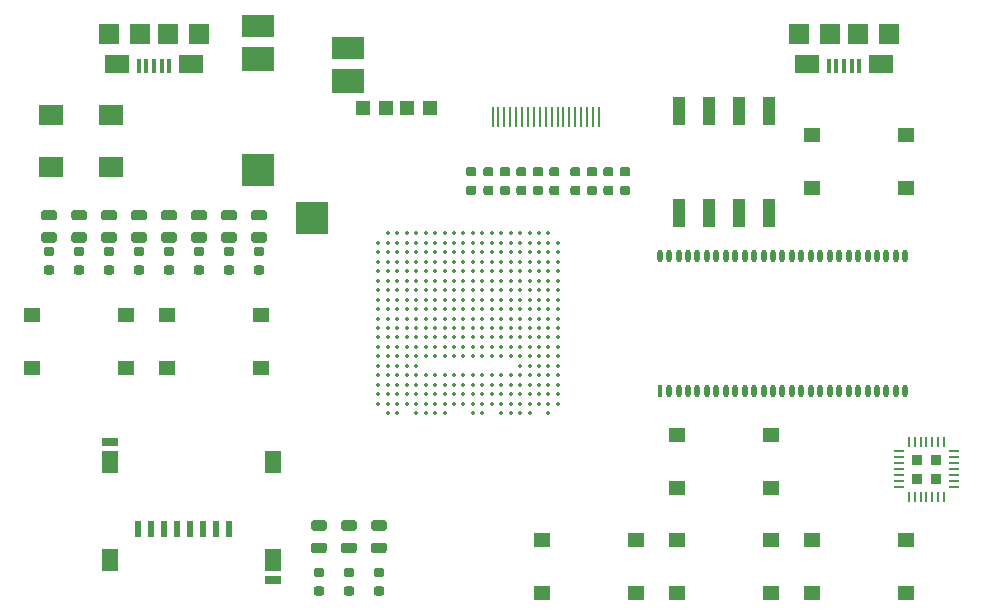
<source format=gtp>
G04 #@! TF.GenerationSoftware,KiCad,Pcbnew,5.0.0+dfsg1-2*
G04 #@! TF.CreationDate,2018-09-19T12:14:17+02:00*
G04 #@! TF.ProjectId,ulx3s,756C7833732E6B696361645F70636200,rev?*
G04 #@! TF.SameCoordinates,Original*
G04 #@! TF.FileFunction,Paste,Top*
G04 #@! TF.FilePolarity,Positive*
%FSLAX46Y46*%
G04 Gerber Fmt 4.6, Leading zero omitted, Abs format (unit mm)*
G04 Created by KiCad (PCBNEW 5.0.0+dfsg1-2) date Wed Sep 19 12:14:17 2018*
%MOMM*%
%LPD*%
G01*
G04 APERTURE LIST*
%ADD10R,0.200000X1.800000*%
%ADD11O,0.460000X1.100000*%
%ADD12R,0.460000X1.100000*%
%ADD13C,0.350000*%
%ADD14R,0.875000X0.875000*%
%ADD15O,0.200000X0.850000*%
%ADD16O,0.850000X0.200000*%
%ADD17R,0.850000X0.200000*%
%ADD18C,0.100000*%
%ADD19C,0.775000*%
%ADD20C,0.875000*%
%ADD21R,1.020000X2.340000*%
%ADD22R,1.700000X1.800000*%
%ADD23R,0.300000X1.250000*%
%ADD24R,1.800000X1.800000*%
%ADD25R,2.000000X1.500000*%
%ADD26R,2.700000X1.900000*%
%ADD27R,2.700000X2.100000*%
%ADD28R,2.700000X2.700000*%
%ADD29R,0.600000X1.400000*%
%ADD30R,1.350000X0.800000*%
%ADD31R,1.350000X1.900000*%
%ADD32R,2.100000X1.700000*%
%ADD33R,1.195000X1.300000*%
%ADD34R,1.450000X1.200000*%
G04 APERTURE END LIST*
D10*
G04 #@! TO.C,GPDI1*
X149546000Y-70312000D03*
X149046000Y-70312000D03*
X148546000Y-70312000D03*
X148046000Y-70312000D03*
X147546000Y-70312000D03*
X147046000Y-70312000D03*
X146546000Y-70312000D03*
X146046000Y-70312000D03*
X145546000Y-70312000D03*
X145046000Y-70312000D03*
X144546000Y-70312000D03*
X144046000Y-70312000D03*
X143546000Y-70312000D03*
X143046000Y-70312000D03*
X142546000Y-70312000D03*
X142046000Y-70312000D03*
X141546000Y-70312000D03*
X141046000Y-70312000D03*
X140546000Y-70312000D03*
G04 #@! TD*
D11*
G04 #@! TO.C,U2*
X175493000Y-82070000D03*
D12*
X154693000Y-93530000D03*
D11*
X155493000Y-93530000D03*
X156293000Y-93530000D03*
X157093000Y-93530000D03*
X157893000Y-93530000D03*
X158693000Y-93530000D03*
X159493000Y-93530000D03*
X160293000Y-93530000D03*
X161093000Y-93530000D03*
X161893000Y-93530000D03*
X162693000Y-93530000D03*
X163493000Y-93530000D03*
X164293000Y-93530000D03*
X165093000Y-93530000D03*
X165893000Y-93530000D03*
X166693000Y-93530000D03*
X167493000Y-93530000D03*
X168293000Y-93530000D03*
X169093000Y-93530000D03*
X169893000Y-93530000D03*
X170693000Y-93530000D03*
X171493000Y-93530000D03*
X172293000Y-93530000D03*
X173093000Y-93530000D03*
X173893000Y-93530000D03*
X174693000Y-93530000D03*
X175493000Y-93530000D03*
X174693000Y-82070000D03*
X173893000Y-82070000D03*
X173093000Y-82070000D03*
X172293000Y-82070000D03*
X171493000Y-82070000D03*
X170693000Y-82070000D03*
X169893000Y-82070000D03*
X169093000Y-82070000D03*
X168293000Y-82070000D03*
X167493000Y-82070000D03*
X166693000Y-82070000D03*
X165893000Y-82070000D03*
X165093000Y-82070000D03*
X164293000Y-82070000D03*
X163493000Y-82070000D03*
X162693000Y-82070000D03*
X161893000Y-82070000D03*
X161093000Y-82070000D03*
X160293000Y-82070000D03*
X159493000Y-82070000D03*
X158693000Y-82070000D03*
X157893000Y-82070000D03*
X157093000Y-82070000D03*
X156293000Y-82070000D03*
X155493000Y-82070000D03*
X154693000Y-82070000D03*
G04 #@! TD*
D13*
G04 #@! TO.C,U1*
X145280000Y-95400000D03*
X143680000Y-95400000D03*
X142880000Y-95400000D03*
X142080000Y-95400000D03*
X141280000Y-95400000D03*
X139680000Y-95400000D03*
X138880000Y-95400000D03*
X136480000Y-95400000D03*
X135680000Y-95400000D03*
X134880000Y-95400000D03*
X134080000Y-95400000D03*
X132480000Y-95400000D03*
X131680000Y-95400000D03*
X146080000Y-94600000D03*
X145280000Y-94600000D03*
X144480000Y-94600000D03*
X143680000Y-94600000D03*
X142880000Y-94600000D03*
X142080000Y-94600000D03*
X141280000Y-94600000D03*
X140480000Y-94600000D03*
X139680000Y-94600000D03*
X138880000Y-94600000D03*
X138080000Y-94600000D03*
X137280000Y-94600000D03*
X136480000Y-94600000D03*
X135680000Y-94600000D03*
X134880000Y-94600000D03*
X134080000Y-94600000D03*
X133280000Y-94600000D03*
X132480000Y-94600000D03*
X131680000Y-94600000D03*
X130880000Y-94600000D03*
X146080000Y-93800000D03*
X145280000Y-93800000D03*
X144480000Y-93800000D03*
X143680000Y-93800000D03*
X142880000Y-93800000D03*
X142080000Y-93800000D03*
X141280000Y-93800000D03*
X140480000Y-93800000D03*
X139680000Y-93800000D03*
X138880000Y-93800000D03*
X138080000Y-93800000D03*
X137280000Y-93800000D03*
X136480000Y-93800000D03*
X135680000Y-93800000D03*
X134880000Y-93800000D03*
X134080000Y-93800000D03*
X133280000Y-93800000D03*
X132480000Y-93800000D03*
X131680000Y-93800000D03*
X130880000Y-93800000D03*
X146080000Y-93000000D03*
X145280000Y-93000000D03*
X144480000Y-93000000D03*
X143680000Y-93000000D03*
X142880000Y-93000000D03*
X142080000Y-93000000D03*
X141280000Y-93000000D03*
X140480000Y-93000000D03*
X139680000Y-93000000D03*
X138880000Y-93000000D03*
X138080000Y-93000000D03*
X137280000Y-93000000D03*
X136480000Y-93000000D03*
X135680000Y-93000000D03*
X134880000Y-93000000D03*
X134080000Y-93000000D03*
X133280000Y-93000000D03*
X132480000Y-93000000D03*
X131680000Y-93000000D03*
X130880000Y-93000000D03*
X146080000Y-92200000D03*
X145280000Y-92200000D03*
X144480000Y-92200000D03*
X143680000Y-92200000D03*
X142880000Y-92200000D03*
X142080000Y-92200000D03*
X141280000Y-92200000D03*
X140480000Y-92200000D03*
X139680000Y-92200000D03*
X138880000Y-92200000D03*
X138080000Y-92200000D03*
X137280000Y-92200000D03*
X136480000Y-92200000D03*
X135680000Y-92200000D03*
X134880000Y-92200000D03*
X134080000Y-92200000D03*
X133280000Y-92200000D03*
X132480000Y-92200000D03*
X131680000Y-92200000D03*
X130880000Y-92200000D03*
X146080000Y-91400000D03*
X145280000Y-91400000D03*
X144480000Y-91400000D03*
X143680000Y-91400000D03*
X142880000Y-91400000D03*
X134080000Y-91400000D03*
X133280000Y-91400000D03*
X132480000Y-91400000D03*
X131680000Y-91400000D03*
X130880000Y-91400000D03*
X146080000Y-90600000D03*
X145280000Y-90600000D03*
X144480000Y-90600000D03*
X143680000Y-90600000D03*
X142880000Y-90600000D03*
X142080000Y-90600000D03*
X141280000Y-90600000D03*
X140480000Y-90600000D03*
X139680000Y-90600000D03*
X138880000Y-90600000D03*
X138080000Y-90600000D03*
X137280000Y-90600000D03*
X136480000Y-90600000D03*
X135680000Y-90600000D03*
X134880000Y-90600000D03*
X134080000Y-90600000D03*
X133280000Y-90600000D03*
X132480000Y-90600000D03*
X131680000Y-90600000D03*
X130880000Y-90600000D03*
X146080000Y-89800000D03*
X145280000Y-89800000D03*
X144480000Y-89800000D03*
X143680000Y-89800000D03*
X142880000Y-89800000D03*
X142080000Y-89800000D03*
X141280000Y-89800000D03*
X140480000Y-89800000D03*
X139680000Y-89800000D03*
X138880000Y-89800000D03*
X138080000Y-89800000D03*
X137280000Y-89800000D03*
X136480000Y-89800000D03*
X135680000Y-89800000D03*
X134880000Y-89800000D03*
X134080000Y-89800000D03*
X133280000Y-89800000D03*
X132480000Y-89800000D03*
X131680000Y-89800000D03*
X130880000Y-89800000D03*
X146080000Y-89000000D03*
X145280000Y-89000000D03*
X144480000Y-89000000D03*
X143680000Y-89000000D03*
X142880000Y-89000000D03*
X142080000Y-89000000D03*
X141280000Y-89000000D03*
X140480000Y-89000000D03*
X139680000Y-89000000D03*
X138880000Y-89000000D03*
X138080000Y-89000000D03*
X137280000Y-89000000D03*
X136480000Y-89000000D03*
X135680000Y-89000000D03*
X134880000Y-89000000D03*
X134080000Y-89000000D03*
X133280000Y-89000000D03*
X132480000Y-89000000D03*
X131680000Y-89000000D03*
X130880000Y-89000000D03*
X146080000Y-88200000D03*
X145280000Y-88200000D03*
X144480000Y-88200000D03*
X143680000Y-88200000D03*
X142880000Y-88200000D03*
X142080000Y-88200000D03*
X141280000Y-88200000D03*
X140480000Y-88200000D03*
X139680000Y-88200000D03*
X138880000Y-88200000D03*
X138080000Y-88200000D03*
X137280000Y-88200000D03*
X136480000Y-88200000D03*
X135680000Y-88200000D03*
X134880000Y-88200000D03*
X134080000Y-88200000D03*
X133280000Y-88200000D03*
X132480000Y-88200000D03*
X131680000Y-88200000D03*
X130880000Y-88200000D03*
X146080000Y-87400000D03*
X145280000Y-87400000D03*
X144480000Y-87400000D03*
X143680000Y-87400000D03*
X142880000Y-87400000D03*
X142080000Y-87400000D03*
X141280000Y-87400000D03*
X140480000Y-87400000D03*
X139680000Y-87400000D03*
X138880000Y-87400000D03*
X138080000Y-87400000D03*
X137280000Y-87400000D03*
X136480000Y-87400000D03*
X135680000Y-87400000D03*
X134880000Y-87400000D03*
X134080000Y-87400000D03*
X133280000Y-87400000D03*
X132480000Y-87400000D03*
X131680000Y-87400000D03*
X130880000Y-87400000D03*
X146080000Y-86600000D03*
X145280000Y-86600000D03*
X144480000Y-86600000D03*
X143680000Y-86600000D03*
X142880000Y-86600000D03*
X142080000Y-86600000D03*
X141280000Y-86600000D03*
X140480000Y-86600000D03*
X139680000Y-86600000D03*
X138880000Y-86600000D03*
X138080000Y-86600000D03*
X137280000Y-86600000D03*
X136480000Y-86600000D03*
X135680000Y-86600000D03*
X134880000Y-86600000D03*
X134080000Y-86600000D03*
X133280000Y-86600000D03*
X132480000Y-86600000D03*
X131680000Y-86600000D03*
X130880000Y-86600000D03*
X146080000Y-85800000D03*
X145280000Y-85800000D03*
X144480000Y-85800000D03*
X143680000Y-85800000D03*
X142880000Y-85800000D03*
X142080000Y-85800000D03*
X141280000Y-85800000D03*
X140480000Y-85800000D03*
X139680000Y-85800000D03*
X138880000Y-85800000D03*
X138080000Y-85800000D03*
X137280000Y-85800000D03*
X136480000Y-85800000D03*
X135680000Y-85800000D03*
X134880000Y-85800000D03*
X134080000Y-85800000D03*
X133280000Y-85800000D03*
X132480000Y-85800000D03*
X131680000Y-85800000D03*
X130880000Y-85800000D03*
X146080000Y-85000000D03*
X145280000Y-85000000D03*
X144480000Y-85000000D03*
X143680000Y-85000000D03*
X142880000Y-85000000D03*
X142080000Y-85000000D03*
X141280000Y-85000000D03*
X140480000Y-85000000D03*
X139680000Y-85000000D03*
X138880000Y-85000000D03*
X138080000Y-85000000D03*
X137280000Y-85000000D03*
X136480000Y-85000000D03*
X135680000Y-85000000D03*
X134880000Y-85000000D03*
X134080000Y-85000000D03*
X133280000Y-85000000D03*
X132480000Y-85000000D03*
X131680000Y-85000000D03*
X130880000Y-85000000D03*
X146080000Y-84200000D03*
X145280000Y-84200000D03*
X144480000Y-84200000D03*
X143680000Y-84200000D03*
X142880000Y-84200000D03*
X142080000Y-84200000D03*
X141280000Y-84200000D03*
X140480000Y-84200000D03*
X139680000Y-84200000D03*
X138880000Y-84200000D03*
X138080000Y-84200000D03*
X137280000Y-84200000D03*
X136480000Y-84200000D03*
X135680000Y-84200000D03*
X134880000Y-84200000D03*
X134080000Y-84200000D03*
X133280000Y-84200000D03*
X132480000Y-84200000D03*
X131680000Y-84200000D03*
X130880000Y-84200000D03*
X146080000Y-83400000D03*
X145280000Y-83400000D03*
X144480000Y-83400000D03*
X143680000Y-83400000D03*
X142880000Y-83400000D03*
X142080000Y-83400000D03*
X141280000Y-83400000D03*
X140480000Y-83400000D03*
X139680000Y-83400000D03*
X138880000Y-83400000D03*
X138080000Y-83400000D03*
X137280000Y-83400000D03*
X136480000Y-83400000D03*
X135680000Y-83400000D03*
X134880000Y-83400000D03*
X134080000Y-83400000D03*
X133280000Y-83400000D03*
X132480000Y-83400000D03*
X131680000Y-83400000D03*
X130880000Y-83400000D03*
X146080000Y-82600000D03*
X145280000Y-82600000D03*
X144480000Y-82600000D03*
X143680000Y-82600000D03*
X142880000Y-82600000D03*
X142080000Y-82600000D03*
X141280000Y-82600000D03*
X140480000Y-82600000D03*
X139680000Y-82600000D03*
X138880000Y-82600000D03*
X138080000Y-82600000D03*
X137280000Y-82600000D03*
X136480000Y-82600000D03*
X135680000Y-82600000D03*
X134880000Y-82600000D03*
X134080000Y-82600000D03*
X133280000Y-82600000D03*
X132480000Y-82600000D03*
X131680000Y-82600000D03*
X130880000Y-82600000D03*
X146080000Y-81800000D03*
X145280000Y-81800000D03*
X144480000Y-81800000D03*
X143680000Y-81800000D03*
X142880000Y-81800000D03*
X142080000Y-81800000D03*
X141280000Y-81800000D03*
X140480000Y-81800000D03*
X139680000Y-81800000D03*
X138880000Y-81800000D03*
X138080000Y-81800000D03*
X137280000Y-81800000D03*
X136480000Y-81800000D03*
X135680000Y-81800000D03*
X134880000Y-81800000D03*
X134080000Y-81800000D03*
X133280000Y-81800000D03*
X132480000Y-81800000D03*
X131680000Y-81800000D03*
X130880000Y-81800000D03*
X146080000Y-81000000D03*
X145280000Y-81000000D03*
X144480000Y-81000000D03*
X143680000Y-81000000D03*
X142880000Y-81000000D03*
X142080000Y-81000000D03*
X141280000Y-81000000D03*
X140480000Y-81000000D03*
X139680000Y-81000000D03*
X138880000Y-81000000D03*
X138080000Y-81000000D03*
X137280000Y-81000000D03*
X136480000Y-81000000D03*
X135680000Y-81000000D03*
X134880000Y-81000000D03*
X134080000Y-81000000D03*
X133280000Y-81000000D03*
X132480000Y-81000000D03*
X131680000Y-81000000D03*
X130880000Y-81000000D03*
X145280000Y-80200000D03*
X144480000Y-80200000D03*
X143680000Y-80200000D03*
X142880000Y-80200000D03*
X142080000Y-80200000D03*
X141280000Y-80200000D03*
X140480000Y-80200000D03*
X139680000Y-80200000D03*
X138880000Y-80200000D03*
X138080000Y-80200000D03*
X137280000Y-80200000D03*
X136480000Y-80200000D03*
X135680000Y-80200000D03*
X134880000Y-80200000D03*
X134080000Y-80200000D03*
X133280000Y-80200000D03*
X132480000Y-80200000D03*
X131680000Y-80200000D03*
G04 #@! TD*
D14*
G04 #@! TO.C,U8*
X178097500Y-100967500D03*
X178097500Y-99342500D03*
X176472500Y-100967500D03*
X176472500Y-99342500D03*
D15*
X178785000Y-102495000D03*
X178285000Y-102495000D03*
X177785000Y-102495000D03*
X177285000Y-102495000D03*
X176785000Y-102495000D03*
X176285000Y-102495000D03*
X175785000Y-102495000D03*
D16*
X174945000Y-101655000D03*
X174945000Y-101155000D03*
X174945000Y-100655000D03*
X174945000Y-100155000D03*
X174945000Y-99655000D03*
X174945000Y-99155000D03*
X174945000Y-98655000D03*
D15*
X175785000Y-97815000D03*
X176285000Y-97815000D03*
X176785000Y-97815000D03*
X177285000Y-97815000D03*
X177785000Y-97815000D03*
X178285000Y-97815000D03*
X178785000Y-97815000D03*
D16*
X179625000Y-98655000D03*
X179625000Y-99155000D03*
X179625000Y-99655000D03*
X179625000Y-100155000D03*
X179625000Y-100655000D03*
X179625000Y-101155000D03*
D17*
X179625000Y-101655000D03*
G04 #@! TD*
D18*
G04 #@! TO.C,C37*
G36*
X152008241Y-74596933D02*
X152027049Y-74599723D01*
X152045493Y-74604343D01*
X152063395Y-74610748D01*
X152080583Y-74618878D01*
X152096892Y-74628653D01*
X152112164Y-74639979D01*
X152126252Y-74652748D01*
X152139021Y-74666836D01*
X152150347Y-74682108D01*
X152160122Y-74698417D01*
X152168252Y-74715605D01*
X152174657Y-74733507D01*
X152179277Y-74751951D01*
X152182067Y-74770759D01*
X152183000Y-74789750D01*
X152183000Y-75177250D01*
X152182067Y-75196241D01*
X152179277Y-75215049D01*
X152174657Y-75233493D01*
X152168252Y-75251395D01*
X152160122Y-75268583D01*
X152150347Y-75284892D01*
X152139021Y-75300164D01*
X152126252Y-75314252D01*
X152112164Y-75327021D01*
X152096892Y-75338347D01*
X152080583Y-75348122D01*
X152063395Y-75356252D01*
X152045493Y-75362657D01*
X152027049Y-75367277D01*
X152008241Y-75370067D01*
X151989250Y-75371000D01*
X151526750Y-75371000D01*
X151507759Y-75370067D01*
X151488951Y-75367277D01*
X151470507Y-75362657D01*
X151452605Y-75356252D01*
X151435417Y-75348122D01*
X151419108Y-75338347D01*
X151403836Y-75327021D01*
X151389748Y-75314252D01*
X151376979Y-75300164D01*
X151365653Y-75284892D01*
X151355878Y-75268583D01*
X151347748Y-75251395D01*
X151341343Y-75233493D01*
X151336723Y-75215049D01*
X151333933Y-75196241D01*
X151333000Y-75177250D01*
X151333000Y-74789750D01*
X151333933Y-74770759D01*
X151336723Y-74751951D01*
X151341343Y-74733507D01*
X151347748Y-74715605D01*
X151355878Y-74698417D01*
X151365653Y-74682108D01*
X151376979Y-74666836D01*
X151389748Y-74652748D01*
X151403836Y-74639979D01*
X151419108Y-74628653D01*
X151435417Y-74618878D01*
X151452605Y-74610748D01*
X151470507Y-74604343D01*
X151488951Y-74599723D01*
X151507759Y-74596933D01*
X151526750Y-74596000D01*
X151989250Y-74596000D01*
X152008241Y-74596933D01*
X152008241Y-74596933D01*
G37*
D19*
X151758000Y-74983500D03*
D18*
G36*
X152008241Y-76171933D02*
X152027049Y-76174723D01*
X152045493Y-76179343D01*
X152063395Y-76185748D01*
X152080583Y-76193878D01*
X152096892Y-76203653D01*
X152112164Y-76214979D01*
X152126252Y-76227748D01*
X152139021Y-76241836D01*
X152150347Y-76257108D01*
X152160122Y-76273417D01*
X152168252Y-76290605D01*
X152174657Y-76308507D01*
X152179277Y-76326951D01*
X152182067Y-76345759D01*
X152183000Y-76364750D01*
X152183000Y-76752250D01*
X152182067Y-76771241D01*
X152179277Y-76790049D01*
X152174657Y-76808493D01*
X152168252Y-76826395D01*
X152160122Y-76843583D01*
X152150347Y-76859892D01*
X152139021Y-76875164D01*
X152126252Y-76889252D01*
X152112164Y-76902021D01*
X152096892Y-76913347D01*
X152080583Y-76923122D01*
X152063395Y-76931252D01*
X152045493Y-76937657D01*
X152027049Y-76942277D01*
X152008241Y-76945067D01*
X151989250Y-76946000D01*
X151526750Y-76946000D01*
X151507759Y-76945067D01*
X151488951Y-76942277D01*
X151470507Y-76937657D01*
X151452605Y-76931252D01*
X151435417Y-76923122D01*
X151419108Y-76913347D01*
X151403836Y-76902021D01*
X151389748Y-76889252D01*
X151376979Y-76875164D01*
X151365653Y-76859892D01*
X151355878Y-76843583D01*
X151347748Y-76826395D01*
X151341343Y-76808493D01*
X151336723Y-76790049D01*
X151333933Y-76771241D01*
X151333000Y-76752250D01*
X151333000Y-76364750D01*
X151333933Y-76345759D01*
X151336723Y-76326951D01*
X151341343Y-76308507D01*
X151347748Y-76290605D01*
X151355878Y-76273417D01*
X151365653Y-76257108D01*
X151376979Y-76241836D01*
X151389748Y-76227748D01*
X151403836Y-76214979D01*
X151419108Y-76203653D01*
X151435417Y-76193878D01*
X151452605Y-76185748D01*
X151470507Y-76179343D01*
X151488951Y-76174723D01*
X151507759Y-76171933D01*
X151526750Y-76171000D01*
X151989250Y-76171000D01*
X152008241Y-76171933D01*
X152008241Y-76171933D01*
G37*
D19*
X151758000Y-76558500D03*
G04 #@! TD*
D18*
G04 #@! TO.C,C36*
G36*
X150611241Y-74596933D02*
X150630049Y-74599723D01*
X150648493Y-74604343D01*
X150666395Y-74610748D01*
X150683583Y-74618878D01*
X150699892Y-74628653D01*
X150715164Y-74639979D01*
X150729252Y-74652748D01*
X150742021Y-74666836D01*
X150753347Y-74682108D01*
X150763122Y-74698417D01*
X150771252Y-74715605D01*
X150777657Y-74733507D01*
X150782277Y-74751951D01*
X150785067Y-74770759D01*
X150786000Y-74789750D01*
X150786000Y-75177250D01*
X150785067Y-75196241D01*
X150782277Y-75215049D01*
X150777657Y-75233493D01*
X150771252Y-75251395D01*
X150763122Y-75268583D01*
X150753347Y-75284892D01*
X150742021Y-75300164D01*
X150729252Y-75314252D01*
X150715164Y-75327021D01*
X150699892Y-75338347D01*
X150683583Y-75348122D01*
X150666395Y-75356252D01*
X150648493Y-75362657D01*
X150630049Y-75367277D01*
X150611241Y-75370067D01*
X150592250Y-75371000D01*
X150129750Y-75371000D01*
X150110759Y-75370067D01*
X150091951Y-75367277D01*
X150073507Y-75362657D01*
X150055605Y-75356252D01*
X150038417Y-75348122D01*
X150022108Y-75338347D01*
X150006836Y-75327021D01*
X149992748Y-75314252D01*
X149979979Y-75300164D01*
X149968653Y-75284892D01*
X149958878Y-75268583D01*
X149950748Y-75251395D01*
X149944343Y-75233493D01*
X149939723Y-75215049D01*
X149936933Y-75196241D01*
X149936000Y-75177250D01*
X149936000Y-74789750D01*
X149936933Y-74770759D01*
X149939723Y-74751951D01*
X149944343Y-74733507D01*
X149950748Y-74715605D01*
X149958878Y-74698417D01*
X149968653Y-74682108D01*
X149979979Y-74666836D01*
X149992748Y-74652748D01*
X150006836Y-74639979D01*
X150022108Y-74628653D01*
X150038417Y-74618878D01*
X150055605Y-74610748D01*
X150073507Y-74604343D01*
X150091951Y-74599723D01*
X150110759Y-74596933D01*
X150129750Y-74596000D01*
X150592250Y-74596000D01*
X150611241Y-74596933D01*
X150611241Y-74596933D01*
G37*
D19*
X150361000Y-74983500D03*
D18*
G36*
X150611241Y-76171933D02*
X150630049Y-76174723D01*
X150648493Y-76179343D01*
X150666395Y-76185748D01*
X150683583Y-76193878D01*
X150699892Y-76203653D01*
X150715164Y-76214979D01*
X150729252Y-76227748D01*
X150742021Y-76241836D01*
X150753347Y-76257108D01*
X150763122Y-76273417D01*
X150771252Y-76290605D01*
X150777657Y-76308507D01*
X150782277Y-76326951D01*
X150785067Y-76345759D01*
X150786000Y-76364750D01*
X150786000Y-76752250D01*
X150785067Y-76771241D01*
X150782277Y-76790049D01*
X150777657Y-76808493D01*
X150771252Y-76826395D01*
X150763122Y-76843583D01*
X150753347Y-76859892D01*
X150742021Y-76875164D01*
X150729252Y-76889252D01*
X150715164Y-76902021D01*
X150699892Y-76913347D01*
X150683583Y-76923122D01*
X150666395Y-76931252D01*
X150648493Y-76937657D01*
X150630049Y-76942277D01*
X150611241Y-76945067D01*
X150592250Y-76946000D01*
X150129750Y-76946000D01*
X150110759Y-76945067D01*
X150091951Y-76942277D01*
X150073507Y-76937657D01*
X150055605Y-76931252D01*
X150038417Y-76923122D01*
X150022108Y-76913347D01*
X150006836Y-76902021D01*
X149992748Y-76889252D01*
X149979979Y-76875164D01*
X149968653Y-76859892D01*
X149958878Y-76843583D01*
X149950748Y-76826395D01*
X149944343Y-76808493D01*
X149939723Y-76790049D01*
X149936933Y-76771241D01*
X149936000Y-76752250D01*
X149936000Y-76364750D01*
X149936933Y-76345759D01*
X149939723Y-76326951D01*
X149944343Y-76308507D01*
X149950748Y-76290605D01*
X149958878Y-76273417D01*
X149968653Y-76257108D01*
X149979979Y-76241836D01*
X149992748Y-76227748D01*
X150006836Y-76214979D01*
X150022108Y-76203653D01*
X150038417Y-76193878D01*
X150055605Y-76185748D01*
X150073507Y-76179343D01*
X150091951Y-76174723D01*
X150110759Y-76171933D01*
X150129750Y-76171000D01*
X150592250Y-76171000D01*
X150611241Y-76171933D01*
X150611241Y-76171933D01*
G37*
D19*
X150361000Y-76558500D03*
G04 #@! TD*
D18*
G04 #@! TO.C,C41*
G36*
X149214241Y-74596933D02*
X149233049Y-74599723D01*
X149251493Y-74604343D01*
X149269395Y-74610748D01*
X149286583Y-74618878D01*
X149302892Y-74628653D01*
X149318164Y-74639979D01*
X149332252Y-74652748D01*
X149345021Y-74666836D01*
X149356347Y-74682108D01*
X149366122Y-74698417D01*
X149374252Y-74715605D01*
X149380657Y-74733507D01*
X149385277Y-74751951D01*
X149388067Y-74770759D01*
X149389000Y-74789750D01*
X149389000Y-75177250D01*
X149388067Y-75196241D01*
X149385277Y-75215049D01*
X149380657Y-75233493D01*
X149374252Y-75251395D01*
X149366122Y-75268583D01*
X149356347Y-75284892D01*
X149345021Y-75300164D01*
X149332252Y-75314252D01*
X149318164Y-75327021D01*
X149302892Y-75338347D01*
X149286583Y-75348122D01*
X149269395Y-75356252D01*
X149251493Y-75362657D01*
X149233049Y-75367277D01*
X149214241Y-75370067D01*
X149195250Y-75371000D01*
X148732750Y-75371000D01*
X148713759Y-75370067D01*
X148694951Y-75367277D01*
X148676507Y-75362657D01*
X148658605Y-75356252D01*
X148641417Y-75348122D01*
X148625108Y-75338347D01*
X148609836Y-75327021D01*
X148595748Y-75314252D01*
X148582979Y-75300164D01*
X148571653Y-75284892D01*
X148561878Y-75268583D01*
X148553748Y-75251395D01*
X148547343Y-75233493D01*
X148542723Y-75215049D01*
X148539933Y-75196241D01*
X148539000Y-75177250D01*
X148539000Y-74789750D01*
X148539933Y-74770759D01*
X148542723Y-74751951D01*
X148547343Y-74733507D01*
X148553748Y-74715605D01*
X148561878Y-74698417D01*
X148571653Y-74682108D01*
X148582979Y-74666836D01*
X148595748Y-74652748D01*
X148609836Y-74639979D01*
X148625108Y-74628653D01*
X148641417Y-74618878D01*
X148658605Y-74610748D01*
X148676507Y-74604343D01*
X148694951Y-74599723D01*
X148713759Y-74596933D01*
X148732750Y-74596000D01*
X149195250Y-74596000D01*
X149214241Y-74596933D01*
X149214241Y-74596933D01*
G37*
D19*
X148964000Y-74983500D03*
D18*
G36*
X149214241Y-76171933D02*
X149233049Y-76174723D01*
X149251493Y-76179343D01*
X149269395Y-76185748D01*
X149286583Y-76193878D01*
X149302892Y-76203653D01*
X149318164Y-76214979D01*
X149332252Y-76227748D01*
X149345021Y-76241836D01*
X149356347Y-76257108D01*
X149366122Y-76273417D01*
X149374252Y-76290605D01*
X149380657Y-76308507D01*
X149385277Y-76326951D01*
X149388067Y-76345759D01*
X149389000Y-76364750D01*
X149389000Y-76752250D01*
X149388067Y-76771241D01*
X149385277Y-76790049D01*
X149380657Y-76808493D01*
X149374252Y-76826395D01*
X149366122Y-76843583D01*
X149356347Y-76859892D01*
X149345021Y-76875164D01*
X149332252Y-76889252D01*
X149318164Y-76902021D01*
X149302892Y-76913347D01*
X149286583Y-76923122D01*
X149269395Y-76931252D01*
X149251493Y-76937657D01*
X149233049Y-76942277D01*
X149214241Y-76945067D01*
X149195250Y-76946000D01*
X148732750Y-76946000D01*
X148713759Y-76945067D01*
X148694951Y-76942277D01*
X148676507Y-76937657D01*
X148658605Y-76931252D01*
X148641417Y-76923122D01*
X148625108Y-76913347D01*
X148609836Y-76902021D01*
X148595748Y-76889252D01*
X148582979Y-76875164D01*
X148571653Y-76859892D01*
X148561878Y-76843583D01*
X148553748Y-76826395D01*
X148547343Y-76808493D01*
X148542723Y-76790049D01*
X148539933Y-76771241D01*
X148539000Y-76752250D01*
X148539000Y-76364750D01*
X148539933Y-76345759D01*
X148542723Y-76326951D01*
X148547343Y-76308507D01*
X148553748Y-76290605D01*
X148561878Y-76273417D01*
X148571653Y-76257108D01*
X148582979Y-76241836D01*
X148595748Y-76227748D01*
X148609836Y-76214979D01*
X148625108Y-76203653D01*
X148641417Y-76193878D01*
X148658605Y-76185748D01*
X148676507Y-76179343D01*
X148694951Y-76174723D01*
X148713759Y-76171933D01*
X148732750Y-76171000D01*
X149195250Y-76171000D01*
X149214241Y-76171933D01*
X149214241Y-76171933D01*
G37*
D19*
X148964000Y-76558500D03*
G04 #@! TD*
D18*
G04 #@! TO.C,C45*
G36*
X147817241Y-74584933D02*
X147836049Y-74587723D01*
X147854493Y-74592343D01*
X147872395Y-74598748D01*
X147889583Y-74606878D01*
X147905892Y-74616653D01*
X147921164Y-74627979D01*
X147935252Y-74640748D01*
X147948021Y-74654836D01*
X147959347Y-74670108D01*
X147969122Y-74686417D01*
X147977252Y-74703605D01*
X147983657Y-74721507D01*
X147988277Y-74739951D01*
X147991067Y-74758759D01*
X147992000Y-74777750D01*
X147992000Y-75165250D01*
X147991067Y-75184241D01*
X147988277Y-75203049D01*
X147983657Y-75221493D01*
X147977252Y-75239395D01*
X147969122Y-75256583D01*
X147959347Y-75272892D01*
X147948021Y-75288164D01*
X147935252Y-75302252D01*
X147921164Y-75315021D01*
X147905892Y-75326347D01*
X147889583Y-75336122D01*
X147872395Y-75344252D01*
X147854493Y-75350657D01*
X147836049Y-75355277D01*
X147817241Y-75358067D01*
X147798250Y-75359000D01*
X147335750Y-75359000D01*
X147316759Y-75358067D01*
X147297951Y-75355277D01*
X147279507Y-75350657D01*
X147261605Y-75344252D01*
X147244417Y-75336122D01*
X147228108Y-75326347D01*
X147212836Y-75315021D01*
X147198748Y-75302252D01*
X147185979Y-75288164D01*
X147174653Y-75272892D01*
X147164878Y-75256583D01*
X147156748Y-75239395D01*
X147150343Y-75221493D01*
X147145723Y-75203049D01*
X147142933Y-75184241D01*
X147142000Y-75165250D01*
X147142000Y-74777750D01*
X147142933Y-74758759D01*
X147145723Y-74739951D01*
X147150343Y-74721507D01*
X147156748Y-74703605D01*
X147164878Y-74686417D01*
X147174653Y-74670108D01*
X147185979Y-74654836D01*
X147198748Y-74640748D01*
X147212836Y-74627979D01*
X147228108Y-74616653D01*
X147244417Y-74606878D01*
X147261605Y-74598748D01*
X147279507Y-74592343D01*
X147297951Y-74587723D01*
X147316759Y-74584933D01*
X147335750Y-74584000D01*
X147798250Y-74584000D01*
X147817241Y-74584933D01*
X147817241Y-74584933D01*
G37*
D19*
X147567000Y-74971500D03*
D18*
G36*
X147817241Y-76159933D02*
X147836049Y-76162723D01*
X147854493Y-76167343D01*
X147872395Y-76173748D01*
X147889583Y-76181878D01*
X147905892Y-76191653D01*
X147921164Y-76202979D01*
X147935252Y-76215748D01*
X147948021Y-76229836D01*
X147959347Y-76245108D01*
X147969122Y-76261417D01*
X147977252Y-76278605D01*
X147983657Y-76296507D01*
X147988277Y-76314951D01*
X147991067Y-76333759D01*
X147992000Y-76352750D01*
X147992000Y-76740250D01*
X147991067Y-76759241D01*
X147988277Y-76778049D01*
X147983657Y-76796493D01*
X147977252Y-76814395D01*
X147969122Y-76831583D01*
X147959347Y-76847892D01*
X147948021Y-76863164D01*
X147935252Y-76877252D01*
X147921164Y-76890021D01*
X147905892Y-76901347D01*
X147889583Y-76911122D01*
X147872395Y-76919252D01*
X147854493Y-76925657D01*
X147836049Y-76930277D01*
X147817241Y-76933067D01*
X147798250Y-76934000D01*
X147335750Y-76934000D01*
X147316759Y-76933067D01*
X147297951Y-76930277D01*
X147279507Y-76925657D01*
X147261605Y-76919252D01*
X147244417Y-76911122D01*
X147228108Y-76901347D01*
X147212836Y-76890021D01*
X147198748Y-76877252D01*
X147185979Y-76863164D01*
X147174653Y-76847892D01*
X147164878Y-76831583D01*
X147156748Y-76814395D01*
X147150343Y-76796493D01*
X147145723Y-76778049D01*
X147142933Y-76759241D01*
X147142000Y-76740250D01*
X147142000Y-76352750D01*
X147142933Y-76333759D01*
X147145723Y-76314951D01*
X147150343Y-76296507D01*
X147156748Y-76278605D01*
X147164878Y-76261417D01*
X147174653Y-76245108D01*
X147185979Y-76229836D01*
X147198748Y-76215748D01*
X147212836Y-76202979D01*
X147228108Y-76191653D01*
X147244417Y-76181878D01*
X147261605Y-76173748D01*
X147279507Y-76167343D01*
X147297951Y-76162723D01*
X147316759Y-76159933D01*
X147335750Y-76159000D01*
X147798250Y-76159000D01*
X147817241Y-76159933D01*
X147817241Y-76159933D01*
G37*
D19*
X147567000Y-76546500D03*
G04 #@! TD*
D18*
G04 #@! TO.C,C40*
G36*
X146039241Y-74596933D02*
X146058049Y-74599723D01*
X146076493Y-74604343D01*
X146094395Y-74610748D01*
X146111583Y-74618878D01*
X146127892Y-74628653D01*
X146143164Y-74639979D01*
X146157252Y-74652748D01*
X146170021Y-74666836D01*
X146181347Y-74682108D01*
X146191122Y-74698417D01*
X146199252Y-74715605D01*
X146205657Y-74733507D01*
X146210277Y-74751951D01*
X146213067Y-74770759D01*
X146214000Y-74789750D01*
X146214000Y-75177250D01*
X146213067Y-75196241D01*
X146210277Y-75215049D01*
X146205657Y-75233493D01*
X146199252Y-75251395D01*
X146191122Y-75268583D01*
X146181347Y-75284892D01*
X146170021Y-75300164D01*
X146157252Y-75314252D01*
X146143164Y-75327021D01*
X146127892Y-75338347D01*
X146111583Y-75348122D01*
X146094395Y-75356252D01*
X146076493Y-75362657D01*
X146058049Y-75367277D01*
X146039241Y-75370067D01*
X146020250Y-75371000D01*
X145557750Y-75371000D01*
X145538759Y-75370067D01*
X145519951Y-75367277D01*
X145501507Y-75362657D01*
X145483605Y-75356252D01*
X145466417Y-75348122D01*
X145450108Y-75338347D01*
X145434836Y-75327021D01*
X145420748Y-75314252D01*
X145407979Y-75300164D01*
X145396653Y-75284892D01*
X145386878Y-75268583D01*
X145378748Y-75251395D01*
X145372343Y-75233493D01*
X145367723Y-75215049D01*
X145364933Y-75196241D01*
X145364000Y-75177250D01*
X145364000Y-74789750D01*
X145364933Y-74770759D01*
X145367723Y-74751951D01*
X145372343Y-74733507D01*
X145378748Y-74715605D01*
X145386878Y-74698417D01*
X145396653Y-74682108D01*
X145407979Y-74666836D01*
X145420748Y-74652748D01*
X145434836Y-74639979D01*
X145450108Y-74628653D01*
X145466417Y-74618878D01*
X145483605Y-74610748D01*
X145501507Y-74604343D01*
X145519951Y-74599723D01*
X145538759Y-74596933D01*
X145557750Y-74596000D01*
X146020250Y-74596000D01*
X146039241Y-74596933D01*
X146039241Y-74596933D01*
G37*
D19*
X145789000Y-74983500D03*
D18*
G36*
X146039241Y-76171933D02*
X146058049Y-76174723D01*
X146076493Y-76179343D01*
X146094395Y-76185748D01*
X146111583Y-76193878D01*
X146127892Y-76203653D01*
X146143164Y-76214979D01*
X146157252Y-76227748D01*
X146170021Y-76241836D01*
X146181347Y-76257108D01*
X146191122Y-76273417D01*
X146199252Y-76290605D01*
X146205657Y-76308507D01*
X146210277Y-76326951D01*
X146213067Y-76345759D01*
X146214000Y-76364750D01*
X146214000Y-76752250D01*
X146213067Y-76771241D01*
X146210277Y-76790049D01*
X146205657Y-76808493D01*
X146199252Y-76826395D01*
X146191122Y-76843583D01*
X146181347Y-76859892D01*
X146170021Y-76875164D01*
X146157252Y-76889252D01*
X146143164Y-76902021D01*
X146127892Y-76913347D01*
X146111583Y-76923122D01*
X146094395Y-76931252D01*
X146076493Y-76937657D01*
X146058049Y-76942277D01*
X146039241Y-76945067D01*
X146020250Y-76946000D01*
X145557750Y-76946000D01*
X145538759Y-76945067D01*
X145519951Y-76942277D01*
X145501507Y-76937657D01*
X145483605Y-76931252D01*
X145466417Y-76923122D01*
X145450108Y-76913347D01*
X145434836Y-76902021D01*
X145420748Y-76889252D01*
X145407979Y-76875164D01*
X145396653Y-76859892D01*
X145386878Y-76843583D01*
X145378748Y-76826395D01*
X145372343Y-76808493D01*
X145367723Y-76790049D01*
X145364933Y-76771241D01*
X145364000Y-76752250D01*
X145364000Y-76364750D01*
X145364933Y-76345759D01*
X145367723Y-76326951D01*
X145372343Y-76308507D01*
X145378748Y-76290605D01*
X145386878Y-76273417D01*
X145396653Y-76257108D01*
X145407979Y-76241836D01*
X145420748Y-76227748D01*
X145434836Y-76214979D01*
X145450108Y-76203653D01*
X145466417Y-76193878D01*
X145483605Y-76185748D01*
X145501507Y-76179343D01*
X145519951Y-76174723D01*
X145538759Y-76171933D01*
X145557750Y-76171000D01*
X146020250Y-76171000D01*
X146039241Y-76171933D01*
X146039241Y-76171933D01*
G37*
D19*
X145789000Y-76558500D03*
G04 #@! TD*
D18*
G04 #@! TO.C,C44*
G36*
X144642241Y-74596933D02*
X144661049Y-74599723D01*
X144679493Y-74604343D01*
X144697395Y-74610748D01*
X144714583Y-74618878D01*
X144730892Y-74628653D01*
X144746164Y-74639979D01*
X144760252Y-74652748D01*
X144773021Y-74666836D01*
X144784347Y-74682108D01*
X144794122Y-74698417D01*
X144802252Y-74715605D01*
X144808657Y-74733507D01*
X144813277Y-74751951D01*
X144816067Y-74770759D01*
X144817000Y-74789750D01*
X144817000Y-75177250D01*
X144816067Y-75196241D01*
X144813277Y-75215049D01*
X144808657Y-75233493D01*
X144802252Y-75251395D01*
X144794122Y-75268583D01*
X144784347Y-75284892D01*
X144773021Y-75300164D01*
X144760252Y-75314252D01*
X144746164Y-75327021D01*
X144730892Y-75338347D01*
X144714583Y-75348122D01*
X144697395Y-75356252D01*
X144679493Y-75362657D01*
X144661049Y-75367277D01*
X144642241Y-75370067D01*
X144623250Y-75371000D01*
X144160750Y-75371000D01*
X144141759Y-75370067D01*
X144122951Y-75367277D01*
X144104507Y-75362657D01*
X144086605Y-75356252D01*
X144069417Y-75348122D01*
X144053108Y-75338347D01*
X144037836Y-75327021D01*
X144023748Y-75314252D01*
X144010979Y-75300164D01*
X143999653Y-75284892D01*
X143989878Y-75268583D01*
X143981748Y-75251395D01*
X143975343Y-75233493D01*
X143970723Y-75215049D01*
X143967933Y-75196241D01*
X143967000Y-75177250D01*
X143967000Y-74789750D01*
X143967933Y-74770759D01*
X143970723Y-74751951D01*
X143975343Y-74733507D01*
X143981748Y-74715605D01*
X143989878Y-74698417D01*
X143999653Y-74682108D01*
X144010979Y-74666836D01*
X144023748Y-74652748D01*
X144037836Y-74639979D01*
X144053108Y-74628653D01*
X144069417Y-74618878D01*
X144086605Y-74610748D01*
X144104507Y-74604343D01*
X144122951Y-74599723D01*
X144141759Y-74596933D01*
X144160750Y-74596000D01*
X144623250Y-74596000D01*
X144642241Y-74596933D01*
X144642241Y-74596933D01*
G37*
D19*
X144392000Y-74983500D03*
D18*
G36*
X144642241Y-76171933D02*
X144661049Y-76174723D01*
X144679493Y-76179343D01*
X144697395Y-76185748D01*
X144714583Y-76193878D01*
X144730892Y-76203653D01*
X144746164Y-76214979D01*
X144760252Y-76227748D01*
X144773021Y-76241836D01*
X144784347Y-76257108D01*
X144794122Y-76273417D01*
X144802252Y-76290605D01*
X144808657Y-76308507D01*
X144813277Y-76326951D01*
X144816067Y-76345759D01*
X144817000Y-76364750D01*
X144817000Y-76752250D01*
X144816067Y-76771241D01*
X144813277Y-76790049D01*
X144808657Y-76808493D01*
X144802252Y-76826395D01*
X144794122Y-76843583D01*
X144784347Y-76859892D01*
X144773021Y-76875164D01*
X144760252Y-76889252D01*
X144746164Y-76902021D01*
X144730892Y-76913347D01*
X144714583Y-76923122D01*
X144697395Y-76931252D01*
X144679493Y-76937657D01*
X144661049Y-76942277D01*
X144642241Y-76945067D01*
X144623250Y-76946000D01*
X144160750Y-76946000D01*
X144141759Y-76945067D01*
X144122951Y-76942277D01*
X144104507Y-76937657D01*
X144086605Y-76931252D01*
X144069417Y-76923122D01*
X144053108Y-76913347D01*
X144037836Y-76902021D01*
X144023748Y-76889252D01*
X144010979Y-76875164D01*
X143999653Y-76859892D01*
X143989878Y-76843583D01*
X143981748Y-76826395D01*
X143975343Y-76808493D01*
X143970723Y-76790049D01*
X143967933Y-76771241D01*
X143967000Y-76752250D01*
X143967000Y-76364750D01*
X143967933Y-76345759D01*
X143970723Y-76326951D01*
X143975343Y-76308507D01*
X143981748Y-76290605D01*
X143989878Y-76273417D01*
X143999653Y-76257108D01*
X144010979Y-76241836D01*
X144023748Y-76227748D01*
X144037836Y-76214979D01*
X144053108Y-76203653D01*
X144069417Y-76193878D01*
X144086605Y-76185748D01*
X144104507Y-76179343D01*
X144122951Y-76174723D01*
X144141759Y-76171933D01*
X144160750Y-76171000D01*
X144623250Y-76171000D01*
X144642241Y-76171933D01*
X144642241Y-76171933D01*
G37*
D19*
X144392000Y-76558500D03*
G04 #@! TD*
D18*
G04 #@! TO.C,C39*
G36*
X143245241Y-74596933D02*
X143264049Y-74599723D01*
X143282493Y-74604343D01*
X143300395Y-74610748D01*
X143317583Y-74618878D01*
X143333892Y-74628653D01*
X143349164Y-74639979D01*
X143363252Y-74652748D01*
X143376021Y-74666836D01*
X143387347Y-74682108D01*
X143397122Y-74698417D01*
X143405252Y-74715605D01*
X143411657Y-74733507D01*
X143416277Y-74751951D01*
X143419067Y-74770759D01*
X143420000Y-74789750D01*
X143420000Y-75177250D01*
X143419067Y-75196241D01*
X143416277Y-75215049D01*
X143411657Y-75233493D01*
X143405252Y-75251395D01*
X143397122Y-75268583D01*
X143387347Y-75284892D01*
X143376021Y-75300164D01*
X143363252Y-75314252D01*
X143349164Y-75327021D01*
X143333892Y-75338347D01*
X143317583Y-75348122D01*
X143300395Y-75356252D01*
X143282493Y-75362657D01*
X143264049Y-75367277D01*
X143245241Y-75370067D01*
X143226250Y-75371000D01*
X142763750Y-75371000D01*
X142744759Y-75370067D01*
X142725951Y-75367277D01*
X142707507Y-75362657D01*
X142689605Y-75356252D01*
X142672417Y-75348122D01*
X142656108Y-75338347D01*
X142640836Y-75327021D01*
X142626748Y-75314252D01*
X142613979Y-75300164D01*
X142602653Y-75284892D01*
X142592878Y-75268583D01*
X142584748Y-75251395D01*
X142578343Y-75233493D01*
X142573723Y-75215049D01*
X142570933Y-75196241D01*
X142570000Y-75177250D01*
X142570000Y-74789750D01*
X142570933Y-74770759D01*
X142573723Y-74751951D01*
X142578343Y-74733507D01*
X142584748Y-74715605D01*
X142592878Y-74698417D01*
X142602653Y-74682108D01*
X142613979Y-74666836D01*
X142626748Y-74652748D01*
X142640836Y-74639979D01*
X142656108Y-74628653D01*
X142672417Y-74618878D01*
X142689605Y-74610748D01*
X142707507Y-74604343D01*
X142725951Y-74599723D01*
X142744759Y-74596933D01*
X142763750Y-74596000D01*
X143226250Y-74596000D01*
X143245241Y-74596933D01*
X143245241Y-74596933D01*
G37*
D19*
X142995000Y-74983500D03*
D18*
G36*
X143245241Y-76171933D02*
X143264049Y-76174723D01*
X143282493Y-76179343D01*
X143300395Y-76185748D01*
X143317583Y-76193878D01*
X143333892Y-76203653D01*
X143349164Y-76214979D01*
X143363252Y-76227748D01*
X143376021Y-76241836D01*
X143387347Y-76257108D01*
X143397122Y-76273417D01*
X143405252Y-76290605D01*
X143411657Y-76308507D01*
X143416277Y-76326951D01*
X143419067Y-76345759D01*
X143420000Y-76364750D01*
X143420000Y-76752250D01*
X143419067Y-76771241D01*
X143416277Y-76790049D01*
X143411657Y-76808493D01*
X143405252Y-76826395D01*
X143397122Y-76843583D01*
X143387347Y-76859892D01*
X143376021Y-76875164D01*
X143363252Y-76889252D01*
X143349164Y-76902021D01*
X143333892Y-76913347D01*
X143317583Y-76923122D01*
X143300395Y-76931252D01*
X143282493Y-76937657D01*
X143264049Y-76942277D01*
X143245241Y-76945067D01*
X143226250Y-76946000D01*
X142763750Y-76946000D01*
X142744759Y-76945067D01*
X142725951Y-76942277D01*
X142707507Y-76937657D01*
X142689605Y-76931252D01*
X142672417Y-76923122D01*
X142656108Y-76913347D01*
X142640836Y-76902021D01*
X142626748Y-76889252D01*
X142613979Y-76875164D01*
X142602653Y-76859892D01*
X142592878Y-76843583D01*
X142584748Y-76826395D01*
X142578343Y-76808493D01*
X142573723Y-76790049D01*
X142570933Y-76771241D01*
X142570000Y-76752250D01*
X142570000Y-76364750D01*
X142570933Y-76345759D01*
X142573723Y-76326951D01*
X142578343Y-76308507D01*
X142584748Y-76290605D01*
X142592878Y-76273417D01*
X142602653Y-76257108D01*
X142613979Y-76241836D01*
X142626748Y-76227748D01*
X142640836Y-76214979D01*
X142656108Y-76203653D01*
X142672417Y-76193878D01*
X142689605Y-76185748D01*
X142707507Y-76179343D01*
X142725951Y-76174723D01*
X142744759Y-76171933D01*
X142763750Y-76171000D01*
X143226250Y-76171000D01*
X143245241Y-76171933D01*
X143245241Y-76171933D01*
G37*
D19*
X142995000Y-76558500D03*
G04 #@! TD*
D18*
G04 #@! TO.C,C43*
G36*
X141848241Y-74596933D02*
X141867049Y-74599723D01*
X141885493Y-74604343D01*
X141903395Y-74610748D01*
X141920583Y-74618878D01*
X141936892Y-74628653D01*
X141952164Y-74639979D01*
X141966252Y-74652748D01*
X141979021Y-74666836D01*
X141990347Y-74682108D01*
X142000122Y-74698417D01*
X142008252Y-74715605D01*
X142014657Y-74733507D01*
X142019277Y-74751951D01*
X142022067Y-74770759D01*
X142023000Y-74789750D01*
X142023000Y-75177250D01*
X142022067Y-75196241D01*
X142019277Y-75215049D01*
X142014657Y-75233493D01*
X142008252Y-75251395D01*
X142000122Y-75268583D01*
X141990347Y-75284892D01*
X141979021Y-75300164D01*
X141966252Y-75314252D01*
X141952164Y-75327021D01*
X141936892Y-75338347D01*
X141920583Y-75348122D01*
X141903395Y-75356252D01*
X141885493Y-75362657D01*
X141867049Y-75367277D01*
X141848241Y-75370067D01*
X141829250Y-75371000D01*
X141366750Y-75371000D01*
X141347759Y-75370067D01*
X141328951Y-75367277D01*
X141310507Y-75362657D01*
X141292605Y-75356252D01*
X141275417Y-75348122D01*
X141259108Y-75338347D01*
X141243836Y-75327021D01*
X141229748Y-75314252D01*
X141216979Y-75300164D01*
X141205653Y-75284892D01*
X141195878Y-75268583D01*
X141187748Y-75251395D01*
X141181343Y-75233493D01*
X141176723Y-75215049D01*
X141173933Y-75196241D01*
X141173000Y-75177250D01*
X141173000Y-74789750D01*
X141173933Y-74770759D01*
X141176723Y-74751951D01*
X141181343Y-74733507D01*
X141187748Y-74715605D01*
X141195878Y-74698417D01*
X141205653Y-74682108D01*
X141216979Y-74666836D01*
X141229748Y-74652748D01*
X141243836Y-74639979D01*
X141259108Y-74628653D01*
X141275417Y-74618878D01*
X141292605Y-74610748D01*
X141310507Y-74604343D01*
X141328951Y-74599723D01*
X141347759Y-74596933D01*
X141366750Y-74596000D01*
X141829250Y-74596000D01*
X141848241Y-74596933D01*
X141848241Y-74596933D01*
G37*
D19*
X141598000Y-74983500D03*
D18*
G36*
X141848241Y-76171933D02*
X141867049Y-76174723D01*
X141885493Y-76179343D01*
X141903395Y-76185748D01*
X141920583Y-76193878D01*
X141936892Y-76203653D01*
X141952164Y-76214979D01*
X141966252Y-76227748D01*
X141979021Y-76241836D01*
X141990347Y-76257108D01*
X142000122Y-76273417D01*
X142008252Y-76290605D01*
X142014657Y-76308507D01*
X142019277Y-76326951D01*
X142022067Y-76345759D01*
X142023000Y-76364750D01*
X142023000Y-76752250D01*
X142022067Y-76771241D01*
X142019277Y-76790049D01*
X142014657Y-76808493D01*
X142008252Y-76826395D01*
X142000122Y-76843583D01*
X141990347Y-76859892D01*
X141979021Y-76875164D01*
X141966252Y-76889252D01*
X141952164Y-76902021D01*
X141936892Y-76913347D01*
X141920583Y-76923122D01*
X141903395Y-76931252D01*
X141885493Y-76937657D01*
X141867049Y-76942277D01*
X141848241Y-76945067D01*
X141829250Y-76946000D01*
X141366750Y-76946000D01*
X141347759Y-76945067D01*
X141328951Y-76942277D01*
X141310507Y-76937657D01*
X141292605Y-76931252D01*
X141275417Y-76923122D01*
X141259108Y-76913347D01*
X141243836Y-76902021D01*
X141229748Y-76889252D01*
X141216979Y-76875164D01*
X141205653Y-76859892D01*
X141195878Y-76843583D01*
X141187748Y-76826395D01*
X141181343Y-76808493D01*
X141176723Y-76790049D01*
X141173933Y-76771241D01*
X141173000Y-76752250D01*
X141173000Y-76364750D01*
X141173933Y-76345759D01*
X141176723Y-76326951D01*
X141181343Y-76308507D01*
X141187748Y-76290605D01*
X141195878Y-76273417D01*
X141205653Y-76257108D01*
X141216979Y-76241836D01*
X141229748Y-76227748D01*
X141243836Y-76214979D01*
X141259108Y-76203653D01*
X141275417Y-76193878D01*
X141292605Y-76185748D01*
X141310507Y-76179343D01*
X141328951Y-76174723D01*
X141347759Y-76171933D01*
X141366750Y-76171000D01*
X141829250Y-76171000D01*
X141848241Y-76171933D01*
X141848241Y-76171933D01*
G37*
D19*
X141598000Y-76558500D03*
G04 #@! TD*
D18*
G04 #@! TO.C,C38*
G36*
X140451241Y-74596933D02*
X140470049Y-74599723D01*
X140488493Y-74604343D01*
X140506395Y-74610748D01*
X140523583Y-74618878D01*
X140539892Y-74628653D01*
X140555164Y-74639979D01*
X140569252Y-74652748D01*
X140582021Y-74666836D01*
X140593347Y-74682108D01*
X140603122Y-74698417D01*
X140611252Y-74715605D01*
X140617657Y-74733507D01*
X140622277Y-74751951D01*
X140625067Y-74770759D01*
X140626000Y-74789750D01*
X140626000Y-75177250D01*
X140625067Y-75196241D01*
X140622277Y-75215049D01*
X140617657Y-75233493D01*
X140611252Y-75251395D01*
X140603122Y-75268583D01*
X140593347Y-75284892D01*
X140582021Y-75300164D01*
X140569252Y-75314252D01*
X140555164Y-75327021D01*
X140539892Y-75338347D01*
X140523583Y-75348122D01*
X140506395Y-75356252D01*
X140488493Y-75362657D01*
X140470049Y-75367277D01*
X140451241Y-75370067D01*
X140432250Y-75371000D01*
X139969750Y-75371000D01*
X139950759Y-75370067D01*
X139931951Y-75367277D01*
X139913507Y-75362657D01*
X139895605Y-75356252D01*
X139878417Y-75348122D01*
X139862108Y-75338347D01*
X139846836Y-75327021D01*
X139832748Y-75314252D01*
X139819979Y-75300164D01*
X139808653Y-75284892D01*
X139798878Y-75268583D01*
X139790748Y-75251395D01*
X139784343Y-75233493D01*
X139779723Y-75215049D01*
X139776933Y-75196241D01*
X139776000Y-75177250D01*
X139776000Y-74789750D01*
X139776933Y-74770759D01*
X139779723Y-74751951D01*
X139784343Y-74733507D01*
X139790748Y-74715605D01*
X139798878Y-74698417D01*
X139808653Y-74682108D01*
X139819979Y-74666836D01*
X139832748Y-74652748D01*
X139846836Y-74639979D01*
X139862108Y-74628653D01*
X139878417Y-74618878D01*
X139895605Y-74610748D01*
X139913507Y-74604343D01*
X139931951Y-74599723D01*
X139950759Y-74596933D01*
X139969750Y-74596000D01*
X140432250Y-74596000D01*
X140451241Y-74596933D01*
X140451241Y-74596933D01*
G37*
D19*
X140201000Y-74983500D03*
D18*
G36*
X140451241Y-76171933D02*
X140470049Y-76174723D01*
X140488493Y-76179343D01*
X140506395Y-76185748D01*
X140523583Y-76193878D01*
X140539892Y-76203653D01*
X140555164Y-76214979D01*
X140569252Y-76227748D01*
X140582021Y-76241836D01*
X140593347Y-76257108D01*
X140603122Y-76273417D01*
X140611252Y-76290605D01*
X140617657Y-76308507D01*
X140622277Y-76326951D01*
X140625067Y-76345759D01*
X140626000Y-76364750D01*
X140626000Y-76752250D01*
X140625067Y-76771241D01*
X140622277Y-76790049D01*
X140617657Y-76808493D01*
X140611252Y-76826395D01*
X140603122Y-76843583D01*
X140593347Y-76859892D01*
X140582021Y-76875164D01*
X140569252Y-76889252D01*
X140555164Y-76902021D01*
X140539892Y-76913347D01*
X140523583Y-76923122D01*
X140506395Y-76931252D01*
X140488493Y-76937657D01*
X140470049Y-76942277D01*
X140451241Y-76945067D01*
X140432250Y-76946000D01*
X139969750Y-76946000D01*
X139950759Y-76945067D01*
X139931951Y-76942277D01*
X139913507Y-76937657D01*
X139895605Y-76931252D01*
X139878417Y-76923122D01*
X139862108Y-76913347D01*
X139846836Y-76902021D01*
X139832748Y-76889252D01*
X139819979Y-76875164D01*
X139808653Y-76859892D01*
X139798878Y-76843583D01*
X139790748Y-76826395D01*
X139784343Y-76808493D01*
X139779723Y-76790049D01*
X139776933Y-76771241D01*
X139776000Y-76752250D01*
X139776000Y-76364750D01*
X139776933Y-76345759D01*
X139779723Y-76326951D01*
X139784343Y-76308507D01*
X139790748Y-76290605D01*
X139798878Y-76273417D01*
X139808653Y-76257108D01*
X139819979Y-76241836D01*
X139832748Y-76227748D01*
X139846836Y-76214979D01*
X139862108Y-76203653D01*
X139878417Y-76193878D01*
X139895605Y-76185748D01*
X139913507Y-76179343D01*
X139931951Y-76174723D01*
X139950759Y-76171933D01*
X139969750Y-76171000D01*
X140432250Y-76171000D01*
X140451241Y-76171933D01*
X140451241Y-76171933D01*
G37*
D19*
X140201000Y-76558500D03*
G04 #@! TD*
D18*
G04 #@! TO.C,C42*
G36*
X138993041Y-74589533D02*
X139011849Y-74592323D01*
X139030293Y-74596943D01*
X139048195Y-74603348D01*
X139065383Y-74611478D01*
X139081692Y-74621253D01*
X139096964Y-74632579D01*
X139111052Y-74645348D01*
X139123821Y-74659436D01*
X139135147Y-74674708D01*
X139144922Y-74691017D01*
X139153052Y-74708205D01*
X139159457Y-74726107D01*
X139164077Y-74744551D01*
X139166867Y-74763359D01*
X139167800Y-74782350D01*
X139167800Y-75169850D01*
X139166867Y-75188841D01*
X139164077Y-75207649D01*
X139159457Y-75226093D01*
X139153052Y-75243995D01*
X139144922Y-75261183D01*
X139135147Y-75277492D01*
X139123821Y-75292764D01*
X139111052Y-75306852D01*
X139096964Y-75319621D01*
X139081692Y-75330947D01*
X139065383Y-75340722D01*
X139048195Y-75348852D01*
X139030293Y-75355257D01*
X139011849Y-75359877D01*
X138993041Y-75362667D01*
X138974050Y-75363600D01*
X138511550Y-75363600D01*
X138492559Y-75362667D01*
X138473751Y-75359877D01*
X138455307Y-75355257D01*
X138437405Y-75348852D01*
X138420217Y-75340722D01*
X138403908Y-75330947D01*
X138388636Y-75319621D01*
X138374548Y-75306852D01*
X138361779Y-75292764D01*
X138350453Y-75277492D01*
X138340678Y-75261183D01*
X138332548Y-75243995D01*
X138326143Y-75226093D01*
X138321523Y-75207649D01*
X138318733Y-75188841D01*
X138317800Y-75169850D01*
X138317800Y-74782350D01*
X138318733Y-74763359D01*
X138321523Y-74744551D01*
X138326143Y-74726107D01*
X138332548Y-74708205D01*
X138340678Y-74691017D01*
X138350453Y-74674708D01*
X138361779Y-74659436D01*
X138374548Y-74645348D01*
X138388636Y-74632579D01*
X138403908Y-74621253D01*
X138420217Y-74611478D01*
X138437405Y-74603348D01*
X138455307Y-74596943D01*
X138473751Y-74592323D01*
X138492559Y-74589533D01*
X138511550Y-74588600D01*
X138974050Y-74588600D01*
X138993041Y-74589533D01*
X138993041Y-74589533D01*
G37*
D19*
X138742800Y-74976100D03*
D18*
G36*
X138993041Y-76164533D02*
X139011849Y-76167323D01*
X139030293Y-76171943D01*
X139048195Y-76178348D01*
X139065383Y-76186478D01*
X139081692Y-76196253D01*
X139096964Y-76207579D01*
X139111052Y-76220348D01*
X139123821Y-76234436D01*
X139135147Y-76249708D01*
X139144922Y-76266017D01*
X139153052Y-76283205D01*
X139159457Y-76301107D01*
X139164077Y-76319551D01*
X139166867Y-76338359D01*
X139167800Y-76357350D01*
X139167800Y-76744850D01*
X139166867Y-76763841D01*
X139164077Y-76782649D01*
X139159457Y-76801093D01*
X139153052Y-76818995D01*
X139144922Y-76836183D01*
X139135147Y-76852492D01*
X139123821Y-76867764D01*
X139111052Y-76881852D01*
X139096964Y-76894621D01*
X139081692Y-76905947D01*
X139065383Y-76915722D01*
X139048195Y-76923852D01*
X139030293Y-76930257D01*
X139011849Y-76934877D01*
X138993041Y-76937667D01*
X138974050Y-76938600D01*
X138511550Y-76938600D01*
X138492559Y-76937667D01*
X138473751Y-76934877D01*
X138455307Y-76930257D01*
X138437405Y-76923852D01*
X138420217Y-76915722D01*
X138403908Y-76905947D01*
X138388636Y-76894621D01*
X138374548Y-76881852D01*
X138361779Y-76867764D01*
X138350453Y-76852492D01*
X138340678Y-76836183D01*
X138332548Y-76818995D01*
X138326143Y-76801093D01*
X138321523Y-76782649D01*
X138318733Y-76763841D01*
X138317800Y-76744850D01*
X138317800Y-76357350D01*
X138318733Y-76338359D01*
X138321523Y-76319551D01*
X138326143Y-76301107D01*
X138332548Y-76283205D01*
X138340678Y-76266017D01*
X138350453Y-76249708D01*
X138361779Y-76234436D01*
X138374548Y-76220348D01*
X138388636Y-76207579D01*
X138403908Y-76196253D01*
X138420217Y-76186478D01*
X138437405Y-76178348D01*
X138455307Y-76171943D01*
X138473751Y-76167323D01*
X138492559Y-76164533D01*
X138511550Y-76163600D01*
X138974050Y-76163600D01*
X138993041Y-76164533D01*
X138993041Y-76164533D01*
G37*
D19*
X138742800Y-76551100D03*
G04 #@! TD*
D18*
G04 #@! TO.C,R37*
G36*
X131180241Y-108505933D02*
X131199049Y-108508723D01*
X131217493Y-108513343D01*
X131235395Y-108519748D01*
X131252583Y-108527878D01*
X131268892Y-108537653D01*
X131284164Y-108548979D01*
X131298252Y-108561748D01*
X131311021Y-108575836D01*
X131322347Y-108591108D01*
X131332122Y-108607417D01*
X131340252Y-108624605D01*
X131346657Y-108642507D01*
X131351277Y-108660951D01*
X131354067Y-108679759D01*
X131355000Y-108698750D01*
X131355000Y-109086250D01*
X131354067Y-109105241D01*
X131351277Y-109124049D01*
X131346657Y-109142493D01*
X131340252Y-109160395D01*
X131332122Y-109177583D01*
X131322347Y-109193892D01*
X131311021Y-109209164D01*
X131298252Y-109223252D01*
X131284164Y-109236021D01*
X131268892Y-109247347D01*
X131252583Y-109257122D01*
X131235395Y-109265252D01*
X131217493Y-109271657D01*
X131199049Y-109276277D01*
X131180241Y-109279067D01*
X131161250Y-109280000D01*
X130698750Y-109280000D01*
X130679759Y-109279067D01*
X130660951Y-109276277D01*
X130642507Y-109271657D01*
X130624605Y-109265252D01*
X130607417Y-109257122D01*
X130591108Y-109247347D01*
X130575836Y-109236021D01*
X130561748Y-109223252D01*
X130548979Y-109209164D01*
X130537653Y-109193892D01*
X130527878Y-109177583D01*
X130519748Y-109160395D01*
X130513343Y-109142493D01*
X130508723Y-109124049D01*
X130505933Y-109105241D01*
X130505000Y-109086250D01*
X130505000Y-108698750D01*
X130505933Y-108679759D01*
X130508723Y-108660951D01*
X130513343Y-108642507D01*
X130519748Y-108624605D01*
X130527878Y-108607417D01*
X130537653Y-108591108D01*
X130548979Y-108575836D01*
X130561748Y-108561748D01*
X130575836Y-108548979D01*
X130591108Y-108537653D01*
X130607417Y-108527878D01*
X130624605Y-108519748D01*
X130642507Y-108513343D01*
X130660951Y-108508723D01*
X130679759Y-108505933D01*
X130698750Y-108505000D01*
X131161250Y-108505000D01*
X131180241Y-108505933D01*
X131180241Y-108505933D01*
G37*
D19*
X130930000Y-108892500D03*
D18*
G36*
X131180241Y-110080933D02*
X131199049Y-110083723D01*
X131217493Y-110088343D01*
X131235395Y-110094748D01*
X131252583Y-110102878D01*
X131268892Y-110112653D01*
X131284164Y-110123979D01*
X131298252Y-110136748D01*
X131311021Y-110150836D01*
X131322347Y-110166108D01*
X131332122Y-110182417D01*
X131340252Y-110199605D01*
X131346657Y-110217507D01*
X131351277Y-110235951D01*
X131354067Y-110254759D01*
X131355000Y-110273750D01*
X131355000Y-110661250D01*
X131354067Y-110680241D01*
X131351277Y-110699049D01*
X131346657Y-110717493D01*
X131340252Y-110735395D01*
X131332122Y-110752583D01*
X131322347Y-110768892D01*
X131311021Y-110784164D01*
X131298252Y-110798252D01*
X131284164Y-110811021D01*
X131268892Y-110822347D01*
X131252583Y-110832122D01*
X131235395Y-110840252D01*
X131217493Y-110846657D01*
X131199049Y-110851277D01*
X131180241Y-110854067D01*
X131161250Y-110855000D01*
X130698750Y-110855000D01*
X130679759Y-110854067D01*
X130660951Y-110851277D01*
X130642507Y-110846657D01*
X130624605Y-110840252D01*
X130607417Y-110832122D01*
X130591108Y-110822347D01*
X130575836Y-110811021D01*
X130561748Y-110798252D01*
X130548979Y-110784164D01*
X130537653Y-110768892D01*
X130527878Y-110752583D01*
X130519748Y-110735395D01*
X130513343Y-110717493D01*
X130508723Y-110699049D01*
X130505933Y-110680241D01*
X130505000Y-110661250D01*
X130505000Y-110273750D01*
X130505933Y-110254759D01*
X130508723Y-110235951D01*
X130513343Y-110217507D01*
X130519748Y-110199605D01*
X130527878Y-110182417D01*
X130537653Y-110166108D01*
X130548979Y-110150836D01*
X130561748Y-110136748D01*
X130575836Y-110123979D01*
X130591108Y-110112653D01*
X130607417Y-110102878D01*
X130624605Y-110094748D01*
X130642507Y-110088343D01*
X130660951Y-110083723D01*
X130679759Y-110080933D01*
X130698750Y-110080000D01*
X131161250Y-110080000D01*
X131180241Y-110080933D01*
X131180241Y-110080933D01*
G37*
D19*
X130930000Y-110467500D03*
G04 #@! TD*
D18*
G04 #@! TO.C,R36*
G36*
X128640241Y-110080933D02*
X128659049Y-110083723D01*
X128677493Y-110088343D01*
X128695395Y-110094748D01*
X128712583Y-110102878D01*
X128728892Y-110112653D01*
X128744164Y-110123979D01*
X128758252Y-110136748D01*
X128771021Y-110150836D01*
X128782347Y-110166108D01*
X128792122Y-110182417D01*
X128800252Y-110199605D01*
X128806657Y-110217507D01*
X128811277Y-110235951D01*
X128814067Y-110254759D01*
X128815000Y-110273750D01*
X128815000Y-110661250D01*
X128814067Y-110680241D01*
X128811277Y-110699049D01*
X128806657Y-110717493D01*
X128800252Y-110735395D01*
X128792122Y-110752583D01*
X128782347Y-110768892D01*
X128771021Y-110784164D01*
X128758252Y-110798252D01*
X128744164Y-110811021D01*
X128728892Y-110822347D01*
X128712583Y-110832122D01*
X128695395Y-110840252D01*
X128677493Y-110846657D01*
X128659049Y-110851277D01*
X128640241Y-110854067D01*
X128621250Y-110855000D01*
X128158750Y-110855000D01*
X128139759Y-110854067D01*
X128120951Y-110851277D01*
X128102507Y-110846657D01*
X128084605Y-110840252D01*
X128067417Y-110832122D01*
X128051108Y-110822347D01*
X128035836Y-110811021D01*
X128021748Y-110798252D01*
X128008979Y-110784164D01*
X127997653Y-110768892D01*
X127987878Y-110752583D01*
X127979748Y-110735395D01*
X127973343Y-110717493D01*
X127968723Y-110699049D01*
X127965933Y-110680241D01*
X127965000Y-110661250D01*
X127965000Y-110273750D01*
X127965933Y-110254759D01*
X127968723Y-110235951D01*
X127973343Y-110217507D01*
X127979748Y-110199605D01*
X127987878Y-110182417D01*
X127997653Y-110166108D01*
X128008979Y-110150836D01*
X128021748Y-110136748D01*
X128035836Y-110123979D01*
X128051108Y-110112653D01*
X128067417Y-110102878D01*
X128084605Y-110094748D01*
X128102507Y-110088343D01*
X128120951Y-110083723D01*
X128139759Y-110080933D01*
X128158750Y-110080000D01*
X128621250Y-110080000D01*
X128640241Y-110080933D01*
X128640241Y-110080933D01*
G37*
D19*
X128390000Y-110467500D03*
D18*
G36*
X128640241Y-108505933D02*
X128659049Y-108508723D01*
X128677493Y-108513343D01*
X128695395Y-108519748D01*
X128712583Y-108527878D01*
X128728892Y-108537653D01*
X128744164Y-108548979D01*
X128758252Y-108561748D01*
X128771021Y-108575836D01*
X128782347Y-108591108D01*
X128792122Y-108607417D01*
X128800252Y-108624605D01*
X128806657Y-108642507D01*
X128811277Y-108660951D01*
X128814067Y-108679759D01*
X128815000Y-108698750D01*
X128815000Y-109086250D01*
X128814067Y-109105241D01*
X128811277Y-109124049D01*
X128806657Y-109142493D01*
X128800252Y-109160395D01*
X128792122Y-109177583D01*
X128782347Y-109193892D01*
X128771021Y-109209164D01*
X128758252Y-109223252D01*
X128744164Y-109236021D01*
X128728892Y-109247347D01*
X128712583Y-109257122D01*
X128695395Y-109265252D01*
X128677493Y-109271657D01*
X128659049Y-109276277D01*
X128640241Y-109279067D01*
X128621250Y-109280000D01*
X128158750Y-109280000D01*
X128139759Y-109279067D01*
X128120951Y-109276277D01*
X128102507Y-109271657D01*
X128084605Y-109265252D01*
X128067417Y-109257122D01*
X128051108Y-109247347D01*
X128035836Y-109236021D01*
X128021748Y-109223252D01*
X128008979Y-109209164D01*
X127997653Y-109193892D01*
X127987878Y-109177583D01*
X127979748Y-109160395D01*
X127973343Y-109142493D01*
X127968723Y-109124049D01*
X127965933Y-109105241D01*
X127965000Y-109086250D01*
X127965000Y-108698750D01*
X127965933Y-108679759D01*
X127968723Y-108660951D01*
X127973343Y-108642507D01*
X127979748Y-108624605D01*
X127987878Y-108607417D01*
X127997653Y-108591108D01*
X128008979Y-108575836D01*
X128021748Y-108561748D01*
X128035836Y-108548979D01*
X128051108Y-108537653D01*
X128067417Y-108527878D01*
X128084605Y-108519748D01*
X128102507Y-108513343D01*
X128120951Y-108508723D01*
X128139759Y-108505933D01*
X128158750Y-108505000D01*
X128621250Y-108505000D01*
X128640241Y-108505933D01*
X128640241Y-108505933D01*
G37*
D19*
X128390000Y-108892500D03*
G04 #@! TD*
D18*
G04 #@! TO.C,R62*
G36*
X126100241Y-110080933D02*
X126119049Y-110083723D01*
X126137493Y-110088343D01*
X126155395Y-110094748D01*
X126172583Y-110102878D01*
X126188892Y-110112653D01*
X126204164Y-110123979D01*
X126218252Y-110136748D01*
X126231021Y-110150836D01*
X126242347Y-110166108D01*
X126252122Y-110182417D01*
X126260252Y-110199605D01*
X126266657Y-110217507D01*
X126271277Y-110235951D01*
X126274067Y-110254759D01*
X126275000Y-110273750D01*
X126275000Y-110661250D01*
X126274067Y-110680241D01*
X126271277Y-110699049D01*
X126266657Y-110717493D01*
X126260252Y-110735395D01*
X126252122Y-110752583D01*
X126242347Y-110768892D01*
X126231021Y-110784164D01*
X126218252Y-110798252D01*
X126204164Y-110811021D01*
X126188892Y-110822347D01*
X126172583Y-110832122D01*
X126155395Y-110840252D01*
X126137493Y-110846657D01*
X126119049Y-110851277D01*
X126100241Y-110854067D01*
X126081250Y-110855000D01*
X125618750Y-110855000D01*
X125599759Y-110854067D01*
X125580951Y-110851277D01*
X125562507Y-110846657D01*
X125544605Y-110840252D01*
X125527417Y-110832122D01*
X125511108Y-110822347D01*
X125495836Y-110811021D01*
X125481748Y-110798252D01*
X125468979Y-110784164D01*
X125457653Y-110768892D01*
X125447878Y-110752583D01*
X125439748Y-110735395D01*
X125433343Y-110717493D01*
X125428723Y-110699049D01*
X125425933Y-110680241D01*
X125425000Y-110661250D01*
X125425000Y-110273750D01*
X125425933Y-110254759D01*
X125428723Y-110235951D01*
X125433343Y-110217507D01*
X125439748Y-110199605D01*
X125447878Y-110182417D01*
X125457653Y-110166108D01*
X125468979Y-110150836D01*
X125481748Y-110136748D01*
X125495836Y-110123979D01*
X125511108Y-110112653D01*
X125527417Y-110102878D01*
X125544605Y-110094748D01*
X125562507Y-110088343D01*
X125580951Y-110083723D01*
X125599759Y-110080933D01*
X125618750Y-110080000D01*
X126081250Y-110080000D01*
X126100241Y-110080933D01*
X126100241Y-110080933D01*
G37*
D19*
X125850000Y-110467500D03*
D18*
G36*
X126100241Y-108505933D02*
X126119049Y-108508723D01*
X126137493Y-108513343D01*
X126155395Y-108519748D01*
X126172583Y-108527878D01*
X126188892Y-108537653D01*
X126204164Y-108548979D01*
X126218252Y-108561748D01*
X126231021Y-108575836D01*
X126242347Y-108591108D01*
X126252122Y-108607417D01*
X126260252Y-108624605D01*
X126266657Y-108642507D01*
X126271277Y-108660951D01*
X126274067Y-108679759D01*
X126275000Y-108698750D01*
X126275000Y-109086250D01*
X126274067Y-109105241D01*
X126271277Y-109124049D01*
X126266657Y-109142493D01*
X126260252Y-109160395D01*
X126252122Y-109177583D01*
X126242347Y-109193892D01*
X126231021Y-109209164D01*
X126218252Y-109223252D01*
X126204164Y-109236021D01*
X126188892Y-109247347D01*
X126172583Y-109257122D01*
X126155395Y-109265252D01*
X126137493Y-109271657D01*
X126119049Y-109276277D01*
X126100241Y-109279067D01*
X126081250Y-109280000D01*
X125618750Y-109280000D01*
X125599759Y-109279067D01*
X125580951Y-109276277D01*
X125562507Y-109271657D01*
X125544605Y-109265252D01*
X125527417Y-109257122D01*
X125511108Y-109247347D01*
X125495836Y-109236021D01*
X125481748Y-109223252D01*
X125468979Y-109209164D01*
X125457653Y-109193892D01*
X125447878Y-109177583D01*
X125439748Y-109160395D01*
X125433343Y-109142493D01*
X125428723Y-109124049D01*
X125425933Y-109105241D01*
X125425000Y-109086250D01*
X125425000Y-108698750D01*
X125425933Y-108679759D01*
X125428723Y-108660951D01*
X125433343Y-108642507D01*
X125439748Y-108624605D01*
X125447878Y-108607417D01*
X125457653Y-108591108D01*
X125468979Y-108575836D01*
X125481748Y-108561748D01*
X125495836Y-108548979D01*
X125511108Y-108537653D01*
X125527417Y-108527878D01*
X125544605Y-108519748D01*
X125562507Y-108513343D01*
X125580951Y-108508723D01*
X125599759Y-108505933D01*
X125618750Y-108505000D01*
X126081250Y-108505000D01*
X126100241Y-108505933D01*
X126100241Y-108505933D01*
G37*
D19*
X125850000Y-108892500D03*
G04 #@! TD*
D18*
G04 #@! TO.C,D19*
G36*
X131382691Y-104496053D02*
X131403926Y-104499203D01*
X131424750Y-104504419D01*
X131444962Y-104511651D01*
X131464368Y-104520830D01*
X131482781Y-104531866D01*
X131500024Y-104544654D01*
X131515930Y-104559070D01*
X131530346Y-104574976D01*
X131543134Y-104592219D01*
X131554170Y-104610632D01*
X131563349Y-104630038D01*
X131570581Y-104650250D01*
X131575797Y-104671074D01*
X131578947Y-104692309D01*
X131580000Y-104713750D01*
X131580000Y-105151250D01*
X131578947Y-105172691D01*
X131575797Y-105193926D01*
X131570581Y-105214750D01*
X131563349Y-105234962D01*
X131554170Y-105254368D01*
X131543134Y-105272781D01*
X131530346Y-105290024D01*
X131515930Y-105305930D01*
X131500024Y-105320346D01*
X131482781Y-105333134D01*
X131464368Y-105344170D01*
X131444962Y-105353349D01*
X131424750Y-105360581D01*
X131403926Y-105365797D01*
X131382691Y-105368947D01*
X131361250Y-105370000D01*
X130498750Y-105370000D01*
X130477309Y-105368947D01*
X130456074Y-105365797D01*
X130435250Y-105360581D01*
X130415038Y-105353349D01*
X130395632Y-105344170D01*
X130377219Y-105333134D01*
X130359976Y-105320346D01*
X130344070Y-105305930D01*
X130329654Y-105290024D01*
X130316866Y-105272781D01*
X130305830Y-105254368D01*
X130296651Y-105234962D01*
X130289419Y-105214750D01*
X130284203Y-105193926D01*
X130281053Y-105172691D01*
X130280000Y-105151250D01*
X130280000Y-104713750D01*
X130281053Y-104692309D01*
X130284203Y-104671074D01*
X130289419Y-104650250D01*
X130296651Y-104630038D01*
X130305830Y-104610632D01*
X130316866Y-104592219D01*
X130329654Y-104574976D01*
X130344070Y-104559070D01*
X130359976Y-104544654D01*
X130377219Y-104531866D01*
X130395632Y-104520830D01*
X130415038Y-104511651D01*
X130435250Y-104504419D01*
X130456074Y-104499203D01*
X130477309Y-104496053D01*
X130498750Y-104495000D01*
X131361250Y-104495000D01*
X131382691Y-104496053D01*
X131382691Y-104496053D01*
G37*
D20*
X130930000Y-104932500D03*
D18*
G36*
X131382691Y-106371053D02*
X131403926Y-106374203D01*
X131424750Y-106379419D01*
X131444962Y-106386651D01*
X131464368Y-106395830D01*
X131482781Y-106406866D01*
X131500024Y-106419654D01*
X131515930Y-106434070D01*
X131530346Y-106449976D01*
X131543134Y-106467219D01*
X131554170Y-106485632D01*
X131563349Y-106505038D01*
X131570581Y-106525250D01*
X131575797Y-106546074D01*
X131578947Y-106567309D01*
X131580000Y-106588750D01*
X131580000Y-107026250D01*
X131578947Y-107047691D01*
X131575797Y-107068926D01*
X131570581Y-107089750D01*
X131563349Y-107109962D01*
X131554170Y-107129368D01*
X131543134Y-107147781D01*
X131530346Y-107165024D01*
X131515930Y-107180930D01*
X131500024Y-107195346D01*
X131482781Y-107208134D01*
X131464368Y-107219170D01*
X131444962Y-107228349D01*
X131424750Y-107235581D01*
X131403926Y-107240797D01*
X131382691Y-107243947D01*
X131361250Y-107245000D01*
X130498750Y-107245000D01*
X130477309Y-107243947D01*
X130456074Y-107240797D01*
X130435250Y-107235581D01*
X130415038Y-107228349D01*
X130395632Y-107219170D01*
X130377219Y-107208134D01*
X130359976Y-107195346D01*
X130344070Y-107180930D01*
X130329654Y-107165024D01*
X130316866Y-107147781D01*
X130305830Y-107129368D01*
X130296651Y-107109962D01*
X130289419Y-107089750D01*
X130284203Y-107068926D01*
X130281053Y-107047691D01*
X130280000Y-107026250D01*
X130280000Y-106588750D01*
X130281053Y-106567309D01*
X130284203Y-106546074D01*
X130289419Y-106525250D01*
X130296651Y-106505038D01*
X130305830Y-106485632D01*
X130316866Y-106467219D01*
X130329654Y-106449976D01*
X130344070Y-106434070D01*
X130359976Y-106419654D01*
X130377219Y-106406866D01*
X130395632Y-106395830D01*
X130415038Y-106386651D01*
X130435250Y-106379419D01*
X130456074Y-106374203D01*
X130477309Y-106371053D01*
X130498750Y-106370000D01*
X131361250Y-106370000D01*
X131382691Y-106371053D01*
X131382691Y-106371053D01*
G37*
D20*
X130930000Y-106807500D03*
G04 #@! TD*
D18*
G04 #@! TO.C,D18*
G36*
X128842691Y-104496053D02*
X128863926Y-104499203D01*
X128884750Y-104504419D01*
X128904962Y-104511651D01*
X128924368Y-104520830D01*
X128942781Y-104531866D01*
X128960024Y-104544654D01*
X128975930Y-104559070D01*
X128990346Y-104574976D01*
X129003134Y-104592219D01*
X129014170Y-104610632D01*
X129023349Y-104630038D01*
X129030581Y-104650250D01*
X129035797Y-104671074D01*
X129038947Y-104692309D01*
X129040000Y-104713750D01*
X129040000Y-105151250D01*
X129038947Y-105172691D01*
X129035797Y-105193926D01*
X129030581Y-105214750D01*
X129023349Y-105234962D01*
X129014170Y-105254368D01*
X129003134Y-105272781D01*
X128990346Y-105290024D01*
X128975930Y-105305930D01*
X128960024Y-105320346D01*
X128942781Y-105333134D01*
X128924368Y-105344170D01*
X128904962Y-105353349D01*
X128884750Y-105360581D01*
X128863926Y-105365797D01*
X128842691Y-105368947D01*
X128821250Y-105370000D01*
X127958750Y-105370000D01*
X127937309Y-105368947D01*
X127916074Y-105365797D01*
X127895250Y-105360581D01*
X127875038Y-105353349D01*
X127855632Y-105344170D01*
X127837219Y-105333134D01*
X127819976Y-105320346D01*
X127804070Y-105305930D01*
X127789654Y-105290024D01*
X127776866Y-105272781D01*
X127765830Y-105254368D01*
X127756651Y-105234962D01*
X127749419Y-105214750D01*
X127744203Y-105193926D01*
X127741053Y-105172691D01*
X127740000Y-105151250D01*
X127740000Y-104713750D01*
X127741053Y-104692309D01*
X127744203Y-104671074D01*
X127749419Y-104650250D01*
X127756651Y-104630038D01*
X127765830Y-104610632D01*
X127776866Y-104592219D01*
X127789654Y-104574976D01*
X127804070Y-104559070D01*
X127819976Y-104544654D01*
X127837219Y-104531866D01*
X127855632Y-104520830D01*
X127875038Y-104511651D01*
X127895250Y-104504419D01*
X127916074Y-104499203D01*
X127937309Y-104496053D01*
X127958750Y-104495000D01*
X128821250Y-104495000D01*
X128842691Y-104496053D01*
X128842691Y-104496053D01*
G37*
D20*
X128390000Y-104932500D03*
D18*
G36*
X128842691Y-106371053D02*
X128863926Y-106374203D01*
X128884750Y-106379419D01*
X128904962Y-106386651D01*
X128924368Y-106395830D01*
X128942781Y-106406866D01*
X128960024Y-106419654D01*
X128975930Y-106434070D01*
X128990346Y-106449976D01*
X129003134Y-106467219D01*
X129014170Y-106485632D01*
X129023349Y-106505038D01*
X129030581Y-106525250D01*
X129035797Y-106546074D01*
X129038947Y-106567309D01*
X129040000Y-106588750D01*
X129040000Y-107026250D01*
X129038947Y-107047691D01*
X129035797Y-107068926D01*
X129030581Y-107089750D01*
X129023349Y-107109962D01*
X129014170Y-107129368D01*
X129003134Y-107147781D01*
X128990346Y-107165024D01*
X128975930Y-107180930D01*
X128960024Y-107195346D01*
X128942781Y-107208134D01*
X128924368Y-107219170D01*
X128904962Y-107228349D01*
X128884750Y-107235581D01*
X128863926Y-107240797D01*
X128842691Y-107243947D01*
X128821250Y-107245000D01*
X127958750Y-107245000D01*
X127937309Y-107243947D01*
X127916074Y-107240797D01*
X127895250Y-107235581D01*
X127875038Y-107228349D01*
X127855632Y-107219170D01*
X127837219Y-107208134D01*
X127819976Y-107195346D01*
X127804070Y-107180930D01*
X127789654Y-107165024D01*
X127776866Y-107147781D01*
X127765830Y-107129368D01*
X127756651Y-107109962D01*
X127749419Y-107089750D01*
X127744203Y-107068926D01*
X127741053Y-107047691D01*
X127740000Y-107026250D01*
X127740000Y-106588750D01*
X127741053Y-106567309D01*
X127744203Y-106546074D01*
X127749419Y-106525250D01*
X127756651Y-106505038D01*
X127765830Y-106485632D01*
X127776866Y-106467219D01*
X127789654Y-106449976D01*
X127804070Y-106434070D01*
X127819976Y-106419654D01*
X127837219Y-106406866D01*
X127855632Y-106395830D01*
X127875038Y-106386651D01*
X127895250Y-106379419D01*
X127916074Y-106374203D01*
X127937309Y-106371053D01*
X127958750Y-106370000D01*
X128821250Y-106370000D01*
X128842691Y-106371053D01*
X128842691Y-106371053D01*
G37*
D20*
X128390000Y-106807500D03*
G04 #@! TD*
D18*
G04 #@! TO.C,D22*
G36*
X126302691Y-104496053D02*
X126323926Y-104499203D01*
X126344750Y-104504419D01*
X126364962Y-104511651D01*
X126384368Y-104520830D01*
X126402781Y-104531866D01*
X126420024Y-104544654D01*
X126435930Y-104559070D01*
X126450346Y-104574976D01*
X126463134Y-104592219D01*
X126474170Y-104610632D01*
X126483349Y-104630038D01*
X126490581Y-104650250D01*
X126495797Y-104671074D01*
X126498947Y-104692309D01*
X126500000Y-104713750D01*
X126500000Y-105151250D01*
X126498947Y-105172691D01*
X126495797Y-105193926D01*
X126490581Y-105214750D01*
X126483349Y-105234962D01*
X126474170Y-105254368D01*
X126463134Y-105272781D01*
X126450346Y-105290024D01*
X126435930Y-105305930D01*
X126420024Y-105320346D01*
X126402781Y-105333134D01*
X126384368Y-105344170D01*
X126364962Y-105353349D01*
X126344750Y-105360581D01*
X126323926Y-105365797D01*
X126302691Y-105368947D01*
X126281250Y-105370000D01*
X125418750Y-105370000D01*
X125397309Y-105368947D01*
X125376074Y-105365797D01*
X125355250Y-105360581D01*
X125335038Y-105353349D01*
X125315632Y-105344170D01*
X125297219Y-105333134D01*
X125279976Y-105320346D01*
X125264070Y-105305930D01*
X125249654Y-105290024D01*
X125236866Y-105272781D01*
X125225830Y-105254368D01*
X125216651Y-105234962D01*
X125209419Y-105214750D01*
X125204203Y-105193926D01*
X125201053Y-105172691D01*
X125200000Y-105151250D01*
X125200000Y-104713750D01*
X125201053Y-104692309D01*
X125204203Y-104671074D01*
X125209419Y-104650250D01*
X125216651Y-104630038D01*
X125225830Y-104610632D01*
X125236866Y-104592219D01*
X125249654Y-104574976D01*
X125264070Y-104559070D01*
X125279976Y-104544654D01*
X125297219Y-104531866D01*
X125315632Y-104520830D01*
X125335038Y-104511651D01*
X125355250Y-104504419D01*
X125376074Y-104499203D01*
X125397309Y-104496053D01*
X125418750Y-104495000D01*
X126281250Y-104495000D01*
X126302691Y-104496053D01*
X126302691Y-104496053D01*
G37*
D20*
X125850000Y-104932500D03*
D18*
G36*
X126302691Y-106371053D02*
X126323926Y-106374203D01*
X126344750Y-106379419D01*
X126364962Y-106386651D01*
X126384368Y-106395830D01*
X126402781Y-106406866D01*
X126420024Y-106419654D01*
X126435930Y-106434070D01*
X126450346Y-106449976D01*
X126463134Y-106467219D01*
X126474170Y-106485632D01*
X126483349Y-106505038D01*
X126490581Y-106525250D01*
X126495797Y-106546074D01*
X126498947Y-106567309D01*
X126500000Y-106588750D01*
X126500000Y-107026250D01*
X126498947Y-107047691D01*
X126495797Y-107068926D01*
X126490581Y-107089750D01*
X126483349Y-107109962D01*
X126474170Y-107129368D01*
X126463134Y-107147781D01*
X126450346Y-107165024D01*
X126435930Y-107180930D01*
X126420024Y-107195346D01*
X126402781Y-107208134D01*
X126384368Y-107219170D01*
X126364962Y-107228349D01*
X126344750Y-107235581D01*
X126323926Y-107240797D01*
X126302691Y-107243947D01*
X126281250Y-107245000D01*
X125418750Y-107245000D01*
X125397309Y-107243947D01*
X125376074Y-107240797D01*
X125355250Y-107235581D01*
X125335038Y-107228349D01*
X125315632Y-107219170D01*
X125297219Y-107208134D01*
X125279976Y-107195346D01*
X125264070Y-107180930D01*
X125249654Y-107165024D01*
X125236866Y-107147781D01*
X125225830Y-107129368D01*
X125216651Y-107109962D01*
X125209419Y-107089750D01*
X125204203Y-107068926D01*
X125201053Y-107047691D01*
X125200000Y-107026250D01*
X125200000Y-106588750D01*
X125201053Y-106567309D01*
X125204203Y-106546074D01*
X125209419Y-106525250D01*
X125216651Y-106505038D01*
X125225830Y-106485632D01*
X125236866Y-106467219D01*
X125249654Y-106449976D01*
X125264070Y-106434070D01*
X125279976Y-106419654D01*
X125297219Y-106406866D01*
X125315632Y-106395830D01*
X125335038Y-106386651D01*
X125355250Y-106379419D01*
X125376074Y-106374203D01*
X125397309Y-106371053D01*
X125418750Y-106370000D01*
X126281250Y-106370000D01*
X126302691Y-106371053D01*
X126302691Y-106371053D01*
G37*
D20*
X125850000Y-106807500D03*
G04 #@! TD*
D18*
G04 #@! TO.C,R41*
G36*
X121020241Y-81327933D02*
X121039049Y-81330723D01*
X121057493Y-81335343D01*
X121075395Y-81341748D01*
X121092583Y-81349878D01*
X121108892Y-81359653D01*
X121124164Y-81370979D01*
X121138252Y-81383748D01*
X121151021Y-81397836D01*
X121162347Y-81413108D01*
X121172122Y-81429417D01*
X121180252Y-81446605D01*
X121186657Y-81464507D01*
X121191277Y-81482951D01*
X121194067Y-81501759D01*
X121195000Y-81520750D01*
X121195000Y-81908250D01*
X121194067Y-81927241D01*
X121191277Y-81946049D01*
X121186657Y-81964493D01*
X121180252Y-81982395D01*
X121172122Y-81999583D01*
X121162347Y-82015892D01*
X121151021Y-82031164D01*
X121138252Y-82045252D01*
X121124164Y-82058021D01*
X121108892Y-82069347D01*
X121092583Y-82079122D01*
X121075395Y-82087252D01*
X121057493Y-82093657D01*
X121039049Y-82098277D01*
X121020241Y-82101067D01*
X121001250Y-82102000D01*
X120538750Y-82102000D01*
X120519759Y-82101067D01*
X120500951Y-82098277D01*
X120482507Y-82093657D01*
X120464605Y-82087252D01*
X120447417Y-82079122D01*
X120431108Y-82069347D01*
X120415836Y-82058021D01*
X120401748Y-82045252D01*
X120388979Y-82031164D01*
X120377653Y-82015892D01*
X120367878Y-81999583D01*
X120359748Y-81982395D01*
X120353343Y-81964493D01*
X120348723Y-81946049D01*
X120345933Y-81927241D01*
X120345000Y-81908250D01*
X120345000Y-81520750D01*
X120345933Y-81501759D01*
X120348723Y-81482951D01*
X120353343Y-81464507D01*
X120359748Y-81446605D01*
X120367878Y-81429417D01*
X120377653Y-81413108D01*
X120388979Y-81397836D01*
X120401748Y-81383748D01*
X120415836Y-81370979D01*
X120431108Y-81359653D01*
X120447417Y-81349878D01*
X120464605Y-81341748D01*
X120482507Y-81335343D01*
X120500951Y-81330723D01*
X120519759Y-81327933D01*
X120538750Y-81327000D01*
X121001250Y-81327000D01*
X121020241Y-81327933D01*
X121020241Y-81327933D01*
G37*
D19*
X120770000Y-81714500D03*
D18*
G36*
X121020241Y-82902933D02*
X121039049Y-82905723D01*
X121057493Y-82910343D01*
X121075395Y-82916748D01*
X121092583Y-82924878D01*
X121108892Y-82934653D01*
X121124164Y-82945979D01*
X121138252Y-82958748D01*
X121151021Y-82972836D01*
X121162347Y-82988108D01*
X121172122Y-83004417D01*
X121180252Y-83021605D01*
X121186657Y-83039507D01*
X121191277Y-83057951D01*
X121194067Y-83076759D01*
X121195000Y-83095750D01*
X121195000Y-83483250D01*
X121194067Y-83502241D01*
X121191277Y-83521049D01*
X121186657Y-83539493D01*
X121180252Y-83557395D01*
X121172122Y-83574583D01*
X121162347Y-83590892D01*
X121151021Y-83606164D01*
X121138252Y-83620252D01*
X121124164Y-83633021D01*
X121108892Y-83644347D01*
X121092583Y-83654122D01*
X121075395Y-83662252D01*
X121057493Y-83668657D01*
X121039049Y-83673277D01*
X121020241Y-83676067D01*
X121001250Y-83677000D01*
X120538750Y-83677000D01*
X120519759Y-83676067D01*
X120500951Y-83673277D01*
X120482507Y-83668657D01*
X120464605Y-83662252D01*
X120447417Y-83654122D01*
X120431108Y-83644347D01*
X120415836Y-83633021D01*
X120401748Y-83620252D01*
X120388979Y-83606164D01*
X120377653Y-83590892D01*
X120367878Y-83574583D01*
X120359748Y-83557395D01*
X120353343Y-83539493D01*
X120348723Y-83521049D01*
X120345933Y-83502241D01*
X120345000Y-83483250D01*
X120345000Y-83095750D01*
X120345933Y-83076759D01*
X120348723Y-83057951D01*
X120353343Y-83039507D01*
X120359748Y-83021605D01*
X120367878Y-83004417D01*
X120377653Y-82988108D01*
X120388979Y-82972836D01*
X120401748Y-82958748D01*
X120415836Y-82945979D01*
X120431108Y-82934653D01*
X120447417Y-82924878D01*
X120464605Y-82916748D01*
X120482507Y-82910343D01*
X120500951Y-82905723D01*
X120519759Y-82902933D01*
X120538750Y-82902000D01*
X121001250Y-82902000D01*
X121020241Y-82902933D01*
X121020241Y-82902933D01*
G37*
D19*
X120770000Y-83289500D03*
G04 #@! TD*
D18*
G04 #@! TO.C,D0*
G36*
X121222691Y-80100053D02*
X121243926Y-80103203D01*
X121264750Y-80108419D01*
X121284962Y-80115651D01*
X121304368Y-80124830D01*
X121322781Y-80135866D01*
X121340024Y-80148654D01*
X121355930Y-80163070D01*
X121370346Y-80178976D01*
X121383134Y-80196219D01*
X121394170Y-80214632D01*
X121403349Y-80234038D01*
X121410581Y-80254250D01*
X121415797Y-80275074D01*
X121418947Y-80296309D01*
X121420000Y-80317750D01*
X121420000Y-80755250D01*
X121418947Y-80776691D01*
X121415797Y-80797926D01*
X121410581Y-80818750D01*
X121403349Y-80838962D01*
X121394170Y-80858368D01*
X121383134Y-80876781D01*
X121370346Y-80894024D01*
X121355930Y-80909930D01*
X121340024Y-80924346D01*
X121322781Y-80937134D01*
X121304368Y-80948170D01*
X121284962Y-80957349D01*
X121264750Y-80964581D01*
X121243926Y-80969797D01*
X121222691Y-80972947D01*
X121201250Y-80974000D01*
X120338750Y-80974000D01*
X120317309Y-80972947D01*
X120296074Y-80969797D01*
X120275250Y-80964581D01*
X120255038Y-80957349D01*
X120235632Y-80948170D01*
X120217219Y-80937134D01*
X120199976Y-80924346D01*
X120184070Y-80909930D01*
X120169654Y-80894024D01*
X120156866Y-80876781D01*
X120145830Y-80858368D01*
X120136651Y-80838962D01*
X120129419Y-80818750D01*
X120124203Y-80797926D01*
X120121053Y-80776691D01*
X120120000Y-80755250D01*
X120120000Y-80317750D01*
X120121053Y-80296309D01*
X120124203Y-80275074D01*
X120129419Y-80254250D01*
X120136651Y-80234038D01*
X120145830Y-80214632D01*
X120156866Y-80196219D01*
X120169654Y-80178976D01*
X120184070Y-80163070D01*
X120199976Y-80148654D01*
X120217219Y-80135866D01*
X120235632Y-80124830D01*
X120255038Y-80115651D01*
X120275250Y-80108419D01*
X120296074Y-80103203D01*
X120317309Y-80100053D01*
X120338750Y-80099000D01*
X121201250Y-80099000D01*
X121222691Y-80100053D01*
X121222691Y-80100053D01*
G37*
D20*
X120770000Y-80536500D03*
D18*
G36*
X121222691Y-78225053D02*
X121243926Y-78228203D01*
X121264750Y-78233419D01*
X121284962Y-78240651D01*
X121304368Y-78249830D01*
X121322781Y-78260866D01*
X121340024Y-78273654D01*
X121355930Y-78288070D01*
X121370346Y-78303976D01*
X121383134Y-78321219D01*
X121394170Y-78339632D01*
X121403349Y-78359038D01*
X121410581Y-78379250D01*
X121415797Y-78400074D01*
X121418947Y-78421309D01*
X121420000Y-78442750D01*
X121420000Y-78880250D01*
X121418947Y-78901691D01*
X121415797Y-78922926D01*
X121410581Y-78943750D01*
X121403349Y-78963962D01*
X121394170Y-78983368D01*
X121383134Y-79001781D01*
X121370346Y-79019024D01*
X121355930Y-79034930D01*
X121340024Y-79049346D01*
X121322781Y-79062134D01*
X121304368Y-79073170D01*
X121284962Y-79082349D01*
X121264750Y-79089581D01*
X121243926Y-79094797D01*
X121222691Y-79097947D01*
X121201250Y-79099000D01*
X120338750Y-79099000D01*
X120317309Y-79097947D01*
X120296074Y-79094797D01*
X120275250Y-79089581D01*
X120255038Y-79082349D01*
X120235632Y-79073170D01*
X120217219Y-79062134D01*
X120199976Y-79049346D01*
X120184070Y-79034930D01*
X120169654Y-79019024D01*
X120156866Y-79001781D01*
X120145830Y-78983368D01*
X120136651Y-78963962D01*
X120129419Y-78943750D01*
X120124203Y-78922926D01*
X120121053Y-78901691D01*
X120120000Y-78880250D01*
X120120000Y-78442750D01*
X120121053Y-78421309D01*
X120124203Y-78400074D01*
X120129419Y-78379250D01*
X120136651Y-78359038D01*
X120145830Y-78339632D01*
X120156866Y-78321219D01*
X120169654Y-78303976D01*
X120184070Y-78288070D01*
X120199976Y-78273654D01*
X120217219Y-78260866D01*
X120235632Y-78249830D01*
X120255038Y-78240651D01*
X120275250Y-78233419D01*
X120296074Y-78228203D01*
X120317309Y-78225053D01*
X120338750Y-78224000D01*
X121201250Y-78224000D01*
X121222691Y-78225053D01*
X121222691Y-78225053D01*
G37*
D20*
X120770000Y-78661500D03*
G04 #@! TD*
D18*
G04 #@! TO.C,R42*
G36*
X118480241Y-81327933D02*
X118499049Y-81330723D01*
X118517493Y-81335343D01*
X118535395Y-81341748D01*
X118552583Y-81349878D01*
X118568892Y-81359653D01*
X118584164Y-81370979D01*
X118598252Y-81383748D01*
X118611021Y-81397836D01*
X118622347Y-81413108D01*
X118632122Y-81429417D01*
X118640252Y-81446605D01*
X118646657Y-81464507D01*
X118651277Y-81482951D01*
X118654067Y-81501759D01*
X118655000Y-81520750D01*
X118655000Y-81908250D01*
X118654067Y-81927241D01*
X118651277Y-81946049D01*
X118646657Y-81964493D01*
X118640252Y-81982395D01*
X118632122Y-81999583D01*
X118622347Y-82015892D01*
X118611021Y-82031164D01*
X118598252Y-82045252D01*
X118584164Y-82058021D01*
X118568892Y-82069347D01*
X118552583Y-82079122D01*
X118535395Y-82087252D01*
X118517493Y-82093657D01*
X118499049Y-82098277D01*
X118480241Y-82101067D01*
X118461250Y-82102000D01*
X117998750Y-82102000D01*
X117979759Y-82101067D01*
X117960951Y-82098277D01*
X117942507Y-82093657D01*
X117924605Y-82087252D01*
X117907417Y-82079122D01*
X117891108Y-82069347D01*
X117875836Y-82058021D01*
X117861748Y-82045252D01*
X117848979Y-82031164D01*
X117837653Y-82015892D01*
X117827878Y-81999583D01*
X117819748Y-81982395D01*
X117813343Y-81964493D01*
X117808723Y-81946049D01*
X117805933Y-81927241D01*
X117805000Y-81908250D01*
X117805000Y-81520750D01*
X117805933Y-81501759D01*
X117808723Y-81482951D01*
X117813343Y-81464507D01*
X117819748Y-81446605D01*
X117827878Y-81429417D01*
X117837653Y-81413108D01*
X117848979Y-81397836D01*
X117861748Y-81383748D01*
X117875836Y-81370979D01*
X117891108Y-81359653D01*
X117907417Y-81349878D01*
X117924605Y-81341748D01*
X117942507Y-81335343D01*
X117960951Y-81330723D01*
X117979759Y-81327933D01*
X117998750Y-81327000D01*
X118461250Y-81327000D01*
X118480241Y-81327933D01*
X118480241Y-81327933D01*
G37*
D19*
X118230000Y-81714500D03*
D18*
G36*
X118480241Y-82902933D02*
X118499049Y-82905723D01*
X118517493Y-82910343D01*
X118535395Y-82916748D01*
X118552583Y-82924878D01*
X118568892Y-82934653D01*
X118584164Y-82945979D01*
X118598252Y-82958748D01*
X118611021Y-82972836D01*
X118622347Y-82988108D01*
X118632122Y-83004417D01*
X118640252Y-83021605D01*
X118646657Y-83039507D01*
X118651277Y-83057951D01*
X118654067Y-83076759D01*
X118655000Y-83095750D01*
X118655000Y-83483250D01*
X118654067Y-83502241D01*
X118651277Y-83521049D01*
X118646657Y-83539493D01*
X118640252Y-83557395D01*
X118632122Y-83574583D01*
X118622347Y-83590892D01*
X118611021Y-83606164D01*
X118598252Y-83620252D01*
X118584164Y-83633021D01*
X118568892Y-83644347D01*
X118552583Y-83654122D01*
X118535395Y-83662252D01*
X118517493Y-83668657D01*
X118499049Y-83673277D01*
X118480241Y-83676067D01*
X118461250Y-83677000D01*
X117998750Y-83677000D01*
X117979759Y-83676067D01*
X117960951Y-83673277D01*
X117942507Y-83668657D01*
X117924605Y-83662252D01*
X117907417Y-83654122D01*
X117891108Y-83644347D01*
X117875836Y-83633021D01*
X117861748Y-83620252D01*
X117848979Y-83606164D01*
X117837653Y-83590892D01*
X117827878Y-83574583D01*
X117819748Y-83557395D01*
X117813343Y-83539493D01*
X117808723Y-83521049D01*
X117805933Y-83502241D01*
X117805000Y-83483250D01*
X117805000Y-83095750D01*
X117805933Y-83076759D01*
X117808723Y-83057951D01*
X117813343Y-83039507D01*
X117819748Y-83021605D01*
X117827878Y-83004417D01*
X117837653Y-82988108D01*
X117848979Y-82972836D01*
X117861748Y-82958748D01*
X117875836Y-82945979D01*
X117891108Y-82934653D01*
X117907417Y-82924878D01*
X117924605Y-82916748D01*
X117942507Y-82910343D01*
X117960951Y-82905723D01*
X117979759Y-82902933D01*
X117998750Y-82902000D01*
X118461250Y-82902000D01*
X118480241Y-82902933D01*
X118480241Y-82902933D01*
G37*
D19*
X118230000Y-83289500D03*
G04 #@! TD*
D18*
G04 #@! TO.C,D1*
G36*
X118682691Y-80100053D02*
X118703926Y-80103203D01*
X118724750Y-80108419D01*
X118744962Y-80115651D01*
X118764368Y-80124830D01*
X118782781Y-80135866D01*
X118800024Y-80148654D01*
X118815930Y-80163070D01*
X118830346Y-80178976D01*
X118843134Y-80196219D01*
X118854170Y-80214632D01*
X118863349Y-80234038D01*
X118870581Y-80254250D01*
X118875797Y-80275074D01*
X118878947Y-80296309D01*
X118880000Y-80317750D01*
X118880000Y-80755250D01*
X118878947Y-80776691D01*
X118875797Y-80797926D01*
X118870581Y-80818750D01*
X118863349Y-80838962D01*
X118854170Y-80858368D01*
X118843134Y-80876781D01*
X118830346Y-80894024D01*
X118815930Y-80909930D01*
X118800024Y-80924346D01*
X118782781Y-80937134D01*
X118764368Y-80948170D01*
X118744962Y-80957349D01*
X118724750Y-80964581D01*
X118703926Y-80969797D01*
X118682691Y-80972947D01*
X118661250Y-80974000D01*
X117798750Y-80974000D01*
X117777309Y-80972947D01*
X117756074Y-80969797D01*
X117735250Y-80964581D01*
X117715038Y-80957349D01*
X117695632Y-80948170D01*
X117677219Y-80937134D01*
X117659976Y-80924346D01*
X117644070Y-80909930D01*
X117629654Y-80894024D01*
X117616866Y-80876781D01*
X117605830Y-80858368D01*
X117596651Y-80838962D01*
X117589419Y-80818750D01*
X117584203Y-80797926D01*
X117581053Y-80776691D01*
X117580000Y-80755250D01*
X117580000Y-80317750D01*
X117581053Y-80296309D01*
X117584203Y-80275074D01*
X117589419Y-80254250D01*
X117596651Y-80234038D01*
X117605830Y-80214632D01*
X117616866Y-80196219D01*
X117629654Y-80178976D01*
X117644070Y-80163070D01*
X117659976Y-80148654D01*
X117677219Y-80135866D01*
X117695632Y-80124830D01*
X117715038Y-80115651D01*
X117735250Y-80108419D01*
X117756074Y-80103203D01*
X117777309Y-80100053D01*
X117798750Y-80099000D01*
X118661250Y-80099000D01*
X118682691Y-80100053D01*
X118682691Y-80100053D01*
G37*
D20*
X118230000Y-80536500D03*
D18*
G36*
X118682691Y-78225053D02*
X118703926Y-78228203D01*
X118724750Y-78233419D01*
X118744962Y-78240651D01*
X118764368Y-78249830D01*
X118782781Y-78260866D01*
X118800024Y-78273654D01*
X118815930Y-78288070D01*
X118830346Y-78303976D01*
X118843134Y-78321219D01*
X118854170Y-78339632D01*
X118863349Y-78359038D01*
X118870581Y-78379250D01*
X118875797Y-78400074D01*
X118878947Y-78421309D01*
X118880000Y-78442750D01*
X118880000Y-78880250D01*
X118878947Y-78901691D01*
X118875797Y-78922926D01*
X118870581Y-78943750D01*
X118863349Y-78963962D01*
X118854170Y-78983368D01*
X118843134Y-79001781D01*
X118830346Y-79019024D01*
X118815930Y-79034930D01*
X118800024Y-79049346D01*
X118782781Y-79062134D01*
X118764368Y-79073170D01*
X118744962Y-79082349D01*
X118724750Y-79089581D01*
X118703926Y-79094797D01*
X118682691Y-79097947D01*
X118661250Y-79099000D01*
X117798750Y-79099000D01*
X117777309Y-79097947D01*
X117756074Y-79094797D01*
X117735250Y-79089581D01*
X117715038Y-79082349D01*
X117695632Y-79073170D01*
X117677219Y-79062134D01*
X117659976Y-79049346D01*
X117644070Y-79034930D01*
X117629654Y-79019024D01*
X117616866Y-79001781D01*
X117605830Y-78983368D01*
X117596651Y-78963962D01*
X117589419Y-78943750D01*
X117584203Y-78922926D01*
X117581053Y-78901691D01*
X117580000Y-78880250D01*
X117580000Y-78442750D01*
X117581053Y-78421309D01*
X117584203Y-78400074D01*
X117589419Y-78379250D01*
X117596651Y-78359038D01*
X117605830Y-78339632D01*
X117616866Y-78321219D01*
X117629654Y-78303976D01*
X117644070Y-78288070D01*
X117659976Y-78273654D01*
X117677219Y-78260866D01*
X117695632Y-78249830D01*
X117715038Y-78240651D01*
X117735250Y-78233419D01*
X117756074Y-78228203D01*
X117777309Y-78225053D01*
X117798750Y-78224000D01*
X118661250Y-78224000D01*
X118682691Y-78225053D01*
X118682691Y-78225053D01*
G37*
D20*
X118230000Y-78661500D03*
G04 #@! TD*
D18*
G04 #@! TO.C,R43*
G36*
X115940241Y-81327933D02*
X115959049Y-81330723D01*
X115977493Y-81335343D01*
X115995395Y-81341748D01*
X116012583Y-81349878D01*
X116028892Y-81359653D01*
X116044164Y-81370979D01*
X116058252Y-81383748D01*
X116071021Y-81397836D01*
X116082347Y-81413108D01*
X116092122Y-81429417D01*
X116100252Y-81446605D01*
X116106657Y-81464507D01*
X116111277Y-81482951D01*
X116114067Y-81501759D01*
X116115000Y-81520750D01*
X116115000Y-81908250D01*
X116114067Y-81927241D01*
X116111277Y-81946049D01*
X116106657Y-81964493D01*
X116100252Y-81982395D01*
X116092122Y-81999583D01*
X116082347Y-82015892D01*
X116071021Y-82031164D01*
X116058252Y-82045252D01*
X116044164Y-82058021D01*
X116028892Y-82069347D01*
X116012583Y-82079122D01*
X115995395Y-82087252D01*
X115977493Y-82093657D01*
X115959049Y-82098277D01*
X115940241Y-82101067D01*
X115921250Y-82102000D01*
X115458750Y-82102000D01*
X115439759Y-82101067D01*
X115420951Y-82098277D01*
X115402507Y-82093657D01*
X115384605Y-82087252D01*
X115367417Y-82079122D01*
X115351108Y-82069347D01*
X115335836Y-82058021D01*
X115321748Y-82045252D01*
X115308979Y-82031164D01*
X115297653Y-82015892D01*
X115287878Y-81999583D01*
X115279748Y-81982395D01*
X115273343Y-81964493D01*
X115268723Y-81946049D01*
X115265933Y-81927241D01*
X115265000Y-81908250D01*
X115265000Y-81520750D01*
X115265933Y-81501759D01*
X115268723Y-81482951D01*
X115273343Y-81464507D01*
X115279748Y-81446605D01*
X115287878Y-81429417D01*
X115297653Y-81413108D01*
X115308979Y-81397836D01*
X115321748Y-81383748D01*
X115335836Y-81370979D01*
X115351108Y-81359653D01*
X115367417Y-81349878D01*
X115384605Y-81341748D01*
X115402507Y-81335343D01*
X115420951Y-81330723D01*
X115439759Y-81327933D01*
X115458750Y-81327000D01*
X115921250Y-81327000D01*
X115940241Y-81327933D01*
X115940241Y-81327933D01*
G37*
D19*
X115690000Y-81714500D03*
D18*
G36*
X115940241Y-82902933D02*
X115959049Y-82905723D01*
X115977493Y-82910343D01*
X115995395Y-82916748D01*
X116012583Y-82924878D01*
X116028892Y-82934653D01*
X116044164Y-82945979D01*
X116058252Y-82958748D01*
X116071021Y-82972836D01*
X116082347Y-82988108D01*
X116092122Y-83004417D01*
X116100252Y-83021605D01*
X116106657Y-83039507D01*
X116111277Y-83057951D01*
X116114067Y-83076759D01*
X116115000Y-83095750D01*
X116115000Y-83483250D01*
X116114067Y-83502241D01*
X116111277Y-83521049D01*
X116106657Y-83539493D01*
X116100252Y-83557395D01*
X116092122Y-83574583D01*
X116082347Y-83590892D01*
X116071021Y-83606164D01*
X116058252Y-83620252D01*
X116044164Y-83633021D01*
X116028892Y-83644347D01*
X116012583Y-83654122D01*
X115995395Y-83662252D01*
X115977493Y-83668657D01*
X115959049Y-83673277D01*
X115940241Y-83676067D01*
X115921250Y-83677000D01*
X115458750Y-83677000D01*
X115439759Y-83676067D01*
X115420951Y-83673277D01*
X115402507Y-83668657D01*
X115384605Y-83662252D01*
X115367417Y-83654122D01*
X115351108Y-83644347D01*
X115335836Y-83633021D01*
X115321748Y-83620252D01*
X115308979Y-83606164D01*
X115297653Y-83590892D01*
X115287878Y-83574583D01*
X115279748Y-83557395D01*
X115273343Y-83539493D01*
X115268723Y-83521049D01*
X115265933Y-83502241D01*
X115265000Y-83483250D01*
X115265000Y-83095750D01*
X115265933Y-83076759D01*
X115268723Y-83057951D01*
X115273343Y-83039507D01*
X115279748Y-83021605D01*
X115287878Y-83004417D01*
X115297653Y-82988108D01*
X115308979Y-82972836D01*
X115321748Y-82958748D01*
X115335836Y-82945979D01*
X115351108Y-82934653D01*
X115367417Y-82924878D01*
X115384605Y-82916748D01*
X115402507Y-82910343D01*
X115420951Y-82905723D01*
X115439759Y-82902933D01*
X115458750Y-82902000D01*
X115921250Y-82902000D01*
X115940241Y-82902933D01*
X115940241Y-82902933D01*
G37*
D19*
X115690000Y-83289500D03*
G04 #@! TD*
D18*
G04 #@! TO.C,D2*
G36*
X116142691Y-80100053D02*
X116163926Y-80103203D01*
X116184750Y-80108419D01*
X116204962Y-80115651D01*
X116224368Y-80124830D01*
X116242781Y-80135866D01*
X116260024Y-80148654D01*
X116275930Y-80163070D01*
X116290346Y-80178976D01*
X116303134Y-80196219D01*
X116314170Y-80214632D01*
X116323349Y-80234038D01*
X116330581Y-80254250D01*
X116335797Y-80275074D01*
X116338947Y-80296309D01*
X116340000Y-80317750D01*
X116340000Y-80755250D01*
X116338947Y-80776691D01*
X116335797Y-80797926D01*
X116330581Y-80818750D01*
X116323349Y-80838962D01*
X116314170Y-80858368D01*
X116303134Y-80876781D01*
X116290346Y-80894024D01*
X116275930Y-80909930D01*
X116260024Y-80924346D01*
X116242781Y-80937134D01*
X116224368Y-80948170D01*
X116204962Y-80957349D01*
X116184750Y-80964581D01*
X116163926Y-80969797D01*
X116142691Y-80972947D01*
X116121250Y-80974000D01*
X115258750Y-80974000D01*
X115237309Y-80972947D01*
X115216074Y-80969797D01*
X115195250Y-80964581D01*
X115175038Y-80957349D01*
X115155632Y-80948170D01*
X115137219Y-80937134D01*
X115119976Y-80924346D01*
X115104070Y-80909930D01*
X115089654Y-80894024D01*
X115076866Y-80876781D01*
X115065830Y-80858368D01*
X115056651Y-80838962D01*
X115049419Y-80818750D01*
X115044203Y-80797926D01*
X115041053Y-80776691D01*
X115040000Y-80755250D01*
X115040000Y-80317750D01*
X115041053Y-80296309D01*
X115044203Y-80275074D01*
X115049419Y-80254250D01*
X115056651Y-80234038D01*
X115065830Y-80214632D01*
X115076866Y-80196219D01*
X115089654Y-80178976D01*
X115104070Y-80163070D01*
X115119976Y-80148654D01*
X115137219Y-80135866D01*
X115155632Y-80124830D01*
X115175038Y-80115651D01*
X115195250Y-80108419D01*
X115216074Y-80103203D01*
X115237309Y-80100053D01*
X115258750Y-80099000D01*
X116121250Y-80099000D01*
X116142691Y-80100053D01*
X116142691Y-80100053D01*
G37*
D20*
X115690000Y-80536500D03*
D18*
G36*
X116142691Y-78225053D02*
X116163926Y-78228203D01*
X116184750Y-78233419D01*
X116204962Y-78240651D01*
X116224368Y-78249830D01*
X116242781Y-78260866D01*
X116260024Y-78273654D01*
X116275930Y-78288070D01*
X116290346Y-78303976D01*
X116303134Y-78321219D01*
X116314170Y-78339632D01*
X116323349Y-78359038D01*
X116330581Y-78379250D01*
X116335797Y-78400074D01*
X116338947Y-78421309D01*
X116340000Y-78442750D01*
X116340000Y-78880250D01*
X116338947Y-78901691D01*
X116335797Y-78922926D01*
X116330581Y-78943750D01*
X116323349Y-78963962D01*
X116314170Y-78983368D01*
X116303134Y-79001781D01*
X116290346Y-79019024D01*
X116275930Y-79034930D01*
X116260024Y-79049346D01*
X116242781Y-79062134D01*
X116224368Y-79073170D01*
X116204962Y-79082349D01*
X116184750Y-79089581D01*
X116163926Y-79094797D01*
X116142691Y-79097947D01*
X116121250Y-79099000D01*
X115258750Y-79099000D01*
X115237309Y-79097947D01*
X115216074Y-79094797D01*
X115195250Y-79089581D01*
X115175038Y-79082349D01*
X115155632Y-79073170D01*
X115137219Y-79062134D01*
X115119976Y-79049346D01*
X115104070Y-79034930D01*
X115089654Y-79019024D01*
X115076866Y-79001781D01*
X115065830Y-78983368D01*
X115056651Y-78963962D01*
X115049419Y-78943750D01*
X115044203Y-78922926D01*
X115041053Y-78901691D01*
X115040000Y-78880250D01*
X115040000Y-78442750D01*
X115041053Y-78421309D01*
X115044203Y-78400074D01*
X115049419Y-78379250D01*
X115056651Y-78359038D01*
X115065830Y-78339632D01*
X115076866Y-78321219D01*
X115089654Y-78303976D01*
X115104070Y-78288070D01*
X115119976Y-78273654D01*
X115137219Y-78260866D01*
X115155632Y-78249830D01*
X115175038Y-78240651D01*
X115195250Y-78233419D01*
X115216074Y-78228203D01*
X115237309Y-78225053D01*
X115258750Y-78224000D01*
X116121250Y-78224000D01*
X116142691Y-78225053D01*
X116142691Y-78225053D01*
G37*
D20*
X115690000Y-78661500D03*
G04 #@! TD*
D18*
G04 #@! TO.C,R44*
G36*
X113400241Y-81327933D02*
X113419049Y-81330723D01*
X113437493Y-81335343D01*
X113455395Y-81341748D01*
X113472583Y-81349878D01*
X113488892Y-81359653D01*
X113504164Y-81370979D01*
X113518252Y-81383748D01*
X113531021Y-81397836D01*
X113542347Y-81413108D01*
X113552122Y-81429417D01*
X113560252Y-81446605D01*
X113566657Y-81464507D01*
X113571277Y-81482951D01*
X113574067Y-81501759D01*
X113575000Y-81520750D01*
X113575000Y-81908250D01*
X113574067Y-81927241D01*
X113571277Y-81946049D01*
X113566657Y-81964493D01*
X113560252Y-81982395D01*
X113552122Y-81999583D01*
X113542347Y-82015892D01*
X113531021Y-82031164D01*
X113518252Y-82045252D01*
X113504164Y-82058021D01*
X113488892Y-82069347D01*
X113472583Y-82079122D01*
X113455395Y-82087252D01*
X113437493Y-82093657D01*
X113419049Y-82098277D01*
X113400241Y-82101067D01*
X113381250Y-82102000D01*
X112918750Y-82102000D01*
X112899759Y-82101067D01*
X112880951Y-82098277D01*
X112862507Y-82093657D01*
X112844605Y-82087252D01*
X112827417Y-82079122D01*
X112811108Y-82069347D01*
X112795836Y-82058021D01*
X112781748Y-82045252D01*
X112768979Y-82031164D01*
X112757653Y-82015892D01*
X112747878Y-81999583D01*
X112739748Y-81982395D01*
X112733343Y-81964493D01*
X112728723Y-81946049D01*
X112725933Y-81927241D01*
X112725000Y-81908250D01*
X112725000Y-81520750D01*
X112725933Y-81501759D01*
X112728723Y-81482951D01*
X112733343Y-81464507D01*
X112739748Y-81446605D01*
X112747878Y-81429417D01*
X112757653Y-81413108D01*
X112768979Y-81397836D01*
X112781748Y-81383748D01*
X112795836Y-81370979D01*
X112811108Y-81359653D01*
X112827417Y-81349878D01*
X112844605Y-81341748D01*
X112862507Y-81335343D01*
X112880951Y-81330723D01*
X112899759Y-81327933D01*
X112918750Y-81327000D01*
X113381250Y-81327000D01*
X113400241Y-81327933D01*
X113400241Y-81327933D01*
G37*
D19*
X113150000Y-81714500D03*
D18*
G36*
X113400241Y-82902933D02*
X113419049Y-82905723D01*
X113437493Y-82910343D01*
X113455395Y-82916748D01*
X113472583Y-82924878D01*
X113488892Y-82934653D01*
X113504164Y-82945979D01*
X113518252Y-82958748D01*
X113531021Y-82972836D01*
X113542347Y-82988108D01*
X113552122Y-83004417D01*
X113560252Y-83021605D01*
X113566657Y-83039507D01*
X113571277Y-83057951D01*
X113574067Y-83076759D01*
X113575000Y-83095750D01*
X113575000Y-83483250D01*
X113574067Y-83502241D01*
X113571277Y-83521049D01*
X113566657Y-83539493D01*
X113560252Y-83557395D01*
X113552122Y-83574583D01*
X113542347Y-83590892D01*
X113531021Y-83606164D01*
X113518252Y-83620252D01*
X113504164Y-83633021D01*
X113488892Y-83644347D01*
X113472583Y-83654122D01*
X113455395Y-83662252D01*
X113437493Y-83668657D01*
X113419049Y-83673277D01*
X113400241Y-83676067D01*
X113381250Y-83677000D01*
X112918750Y-83677000D01*
X112899759Y-83676067D01*
X112880951Y-83673277D01*
X112862507Y-83668657D01*
X112844605Y-83662252D01*
X112827417Y-83654122D01*
X112811108Y-83644347D01*
X112795836Y-83633021D01*
X112781748Y-83620252D01*
X112768979Y-83606164D01*
X112757653Y-83590892D01*
X112747878Y-83574583D01*
X112739748Y-83557395D01*
X112733343Y-83539493D01*
X112728723Y-83521049D01*
X112725933Y-83502241D01*
X112725000Y-83483250D01*
X112725000Y-83095750D01*
X112725933Y-83076759D01*
X112728723Y-83057951D01*
X112733343Y-83039507D01*
X112739748Y-83021605D01*
X112747878Y-83004417D01*
X112757653Y-82988108D01*
X112768979Y-82972836D01*
X112781748Y-82958748D01*
X112795836Y-82945979D01*
X112811108Y-82934653D01*
X112827417Y-82924878D01*
X112844605Y-82916748D01*
X112862507Y-82910343D01*
X112880951Y-82905723D01*
X112899759Y-82902933D01*
X112918750Y-82902000D01*
X113381250Y-82902000D01*
X113400241Y-82902933D01*
X113400241Y-82902933D01*
G37*
D19*
X113150000Y-83289500D03*
G04 #@! TD*
D18*
G04 #@! TO.C,D3*
G36*
X113602691Y-80100053D02*
X113623926Y-80103203D01*
X113644750Y-80108419D01*
X113664962Y-80115651D01*
X113684368Y-80124830D01*
X113702781Y-80135866D01*
X113720024Y-80148654D01*
X113735930Y-80163070D01*
X113750346Y-80178976D01*
X113763134Y-80196219D01*
X113774170Y-80214632D01*
X113783349Y-80234038D01*
X113790581Y-80254250D01*
X113795797Y-80275074D01*
X113798947Y-80296309D01*
X113800000Y-80317750D01*
X113800000Y-80755250D01*
X113798947Y-80776691D01*
X113795797Y-80797926D01*
X113790581Y-80818750D01*
X113783349Y-80838962D01*
X113774170Y-80858368D01*
X113763134Y-80876781D01*
X113750346Y-80894024D01*
X113735930Y-80909930D01*
X113720024Y-80924346D01*
X113702781Y-80937134D01*
X113684368Y-80948170D01*
X113664962Y-80957349D01*
X113644750Y-80964581D01*
X113623926Y-80969797D01*
X113602691Y-80972947D01*
X113581250Y-80974000D01*
X112718750Y-80974000D01*
X112697309Y-80972947D01*
X112676074Y-80969797D01*
X112655250Y-80964581D01*
X112635038Y-80957349D01*
X112615632Y-80948170D01*
X112597219Y-80937134D01*
X112579976Y-80924346D01*
X112564070Y-80909930D01*
X112549654Y-80894024D01*
X112536866Y-80876781D01*
X112525830Y-80858368D01*
X112516651Y-80838962D01*
X112509419Y-80818750D01*
X112504203Y-80797926D01*
X112501053Y-80776691D01*
X112500000Y-80755250D01*
X112500000Y-80317750D01*
X112501053Y-80296309D01*
X112504203Y-80275074D01*
X112509419Y-80254250D01*
X112516651Y-80234038D01*
X112525830Y-80214632D01*
X112536866Y-80196219D01*
X112549654Y-80178976D01*
X112564070Y-80163070D01*
X112579976Y-80148654D01*
X112597219Y-80135866D01*
X112615632Y-80124830D01*
X112635038Y-80115651D01*
X112655250Y-80108419D01*
X112676074Y-80103203D01*
X112697309Y-80100053D01*
X112718750Y-80099000D01*
X113581250Y-80099000D01*
X113602691Y-80100053D01*
X113602691Y-80100053D01*
G37*
D20*
X113150000Y-80536500D03*
D18*
G36*
X113602691Y-78225053D02*
X113623926Y-78228203D01*
X113644750Y-78233419D01*
X113664962Y-78240651D01*
X113684368Y-78249830D01*
X113702781Y-78260866D01*
X113720024Y-78273654D01*
X113735930Y-78288070D01*
X113750346Y-78303976D01*
X113763134Y-78321219D01*
X113774170Y-78339632D01*
X113783349Y-78359038D01*
X113790581Y-78379250D01*
X113795797Y-78400074D01*
X113798947Y-78421309D01*
X113800000Y-78442750D01*
X113800000Y-78880250D01*
X113798947Y-78901691D01*
X113795797Y-78922926D01*
X113790581Y-78943750D01*
X113783349Y-78963962D01*
X113774170Y-78983368D01*
X113763134Y-79001781D01*
X113750346Y-79019024D01*
X113735930Y-79034930D01*
X113720024Y-79049346D01*
X113702781Y-79062134D01*
X113684368Y-79073170D01*
X113664962Y-79082349D01*
X113644750Y-79089581D01*
X113623926Y-79094797D01*
X113602691Y-79097947D01*
X113581250Y-79099000D01*
X112718750Y-79099000D01*
X112697309Y-79097947D01*
X112676074Y-79094797D01*
X112655250Y-79089581D01*
X112635038Y-79082349D01*
X112615632Y-79073170D01*
X112597219Y-79062134D01*
X112579976Y-79049346D01*
X112564070Y-79034930D01*
X112549654Y-79019024D01*
X112536866Y-79001781D01*
X112525830Y-78983368D01*
X112516651Y-78963962D01*
X112509419Y-78943750D01*
X112504203Y-78922926D01*
X112501053Y-78901691D01*
X112500000Y-78880250D01*
X112500000Y-78442750D01*
X112501053Y-78421309D01*
X112504203Y-78400074D01*
X112509419Y-78379250D01*
X112516651Y-78359038D01*
X112525830Y-78339632D01*
X112536866Y-78321219D01*
X112549654Y-78303976D01*
X112564070Y-78288070D01*
X112579976Y-78273654D01*
X112597219Y-78260866D01*
X112615632Y-78249830D01*
X112635038Y-78240651D01*
X112655250Y-78233419D01*
X112676074Y-78228203D01*
X112697309Y-78225053D01*
X112718750Y-78224000D01*
X113581250Y-78224000D01*
X113602691Y-78225053D01*
X113602691Y-78225053D01*
G37*
D20*
X113150000Y-78661500D03*
G04 #@! TD*
D18*
G04 #@! TO.C,R45*
G36*
X110860241Y-81327933D02*
X110879049Y-81330723D01*
X110897493Y-81335343D01*
X110915395Y-81341748D01*
X110932583Y-81349878D01*
X110948892Y-81359653D01*
X110964164Y-81370979D01*
X110978252Y-81383748D01*
X110991021Y-81397836D01*
X111002347Y-81413108D01*
X111012122Y-81429417D01*
X111020252Y-81446605D01*
X111026657Y-81464507D01*
X111031277Y-81482951D01*
X111034067Y-81501759D01*
X111035000Y-81520750D01*
X111035000Y-81908250D01*
X111034067Y-81927241D01*
X111031277Y-81946049D01*
X111026657Y-81964493D01*
X111020252Y-81982395D01*
X111012122Y-81999583D01*
X111002347Y-82015892D01*
X110991021Y-82031164D01*
X110978252Y-82045252D01*
X110964164Y-82058021D01*
X110948892Y-82069347D01*
X110932583Y-82079122D01*
X110915395Y-82087252D01*
X110897493Y-82093657D01*
X110879049Y-82098277D01*
X110860241Y-82101067D01*
X110841250Y-82102000D01*
X110378750Y-82102000D01*
X110359759Y-82101067D01*
X110340951Y-82098277D01*
X110322507Y-82093657D01*
X110304605Y-82087252D01*
X110287417Y-82079122D01*
X110271108Y-82069347D01*
X110255836Y-82058021D01*
X110241748Y-82045252D01*
X110228979Y-82031164D01*
X110217653Y-82015892D01*
X110207878Y-81999583D01*
X110199748Y-81982395D01*
X110193343Y-81964493D01*
X110188723Y-81946049D01*
X110185933Y-81927241D01*
X110185000Y-81908250D01*
X110185000Y-81520750D01*
X110185933Y-81501759D01*
X110188723Y-81482951D01*
X110193343Y-81464507D01*
X110199748Y-81446605D01*
X110207878Y-81429417D01*
X110217653Y-81413108D01*
X110228979Y-81397836D01*
X110241748Y-81383748D01*
X110255836Y-81370979D01*
X110271108Y-81359653D01*
X110287417Y-81349878D01*
X110304605Y-81341748D01*
X110322507Y-81335343D01*
X110340951Y-81330723D01*
X110359759Y-81327933D01*
X110378750Y-81327000D01*
X110841250Y-81327000D01*
X110860241Y-81327933D01*
X110860241Y-81327933D01*
G37*
D19*
X110610000Y-81714500D03*
D18*
G36*
X110860241Y-82902933D02*
X110879049Y-82905723D01*
X110897493Y-82910343D01*
X110915395Y-82916748D01*
X110932583Y-82924878D01*
X110948892Y-82934653D01*
X110964164Y-82945979D01*
X110978252Y-82958748D01*
X110991021Y-82972836D01*
X111002347Y-82988108D01*
X111012122Y-83004417D01*
X111020252Y-83021605D01*
X111026657Y-83039507D01*
X111031277Y-83057951D01*
X111034067Y-83076759D01*
X111035000Y-83095750D01*
X111035000Y-83483250D01*
X111034067Y-83502241D01*
X111031277Y-83521049D01*
X111026657Y-83539493D01*
X111020252Y-83557395D01*
X111012122Y-83574583D01*
X111002347Y-83590892D01*
X110991021Y-83606164D01*
X110978252Y-83620252D01*
X110964164Y-83633021D01*
X110948892Y-83644347D01*
X110932583Y-83654122D01*
X110915395Y-83662252D01*
X110897493Y-83668657D01*
X110879049Y-83673277D01*
X110860241Y-83676067D01*
X110841250Y-83677000D01*
X110378750Y-83677000D01*
X110359759Y-83676067D01*
X110340951Y-83673277D01*
X110322507Y-83668657D01*
X110304605Y-83662252D01*
X110287417Y-83654122D01*
X110271108Y-83644347D01*
X110255836Y-83633021D01*
X110241748Y-83620252D01*
X110228979Y-83606164D01*
X110217653Y-83590892D01*
X110207878Y-83574583D01*
X110199748Y-83557395D01*
X110193343Y-83539493D01*
X110188723Y-83521049D01*
X110185933Y-83502241D01*
X110185000Y-83483250D01*
X110185000Y-83095750D01*
X110185933Y-83076759D01*
X110188723Y-83057951D01*
X110193343Y-83039507D01*
X110199748Y-83021605D01*
X110207878Y-83004417D01*
X110217653Y-82988108D01*
X110228979Y-82972836D01*
X110241748Y-82958748D01*
X110255836Y-82945979D01*
X110271108Y-82934653D01*
X110287417Y-82924878D01*
X110304605Y-82916748D01*
X110322507Y-82910343D01*
X110340951Y-82905723D01*
X110359759Y-82902933D01*
X110378750Y-82902000D01*
X110841250Y-82902000D01*
X110860241Y-82902933D01*
X110860241Y-82902933D01*
G37*
D19*
X110610000Y-83289500D03*
G04 #@! TD*
D18*
G04 #@! TO.C,D4*
G36*
X111062691Y-80100053D02*
X111083926Y-80103203D01*
X111104750Y-80108419D01*
X111124962Y-80115651D01*
X111144368Y-80124830D01*
X111162781Y-80135866D01*
X111180024Y-80148654D01*
X111195930Y-80163070D01*
X111210346Y-80178976D01*
X111223134Y-80196219D01*
X111234170Y-80214632D01*
X111243349Y-80234038D01*
X111250581Y-80254250D01*
X111255797Y-80275074D01*
X111258947Y-80296309D01*
X111260000Y-80317750D01*
X111260000Y-80755250D01*
X111258947Y-80776691D01*
X111255797Y-80797926D01*
X111250581Y-80818750D01*
X111243349Y-80838962D01*
X111234170Y-80858368D01*
X111223134Y-80876781D01*
X111210346Y-80894024D01*
X111195930Y-80909930D01*
X111180024Y-80924346D01*
X111162781Y-80937134D01*
X111144368Y-80948170D01*
X111124962Y-80957349D01*
X111104750Y-80964581D01*
X111083926Y-80969797D01*
X111062691Y-80972947D01*
X111041250Y-80974000D01*
X110178750Y-80974000D01*
X110157309Y-80972947D01*
X110136074Y-80969797D01*
X110115250Y-80964581D01*
X110095038Y-80957349D01*
X110075632Y-80948170D01*
X110057219Y-80937134D01*
X110039976Y-80924346D01*
X110024070Y-80909930D01*
X110009654Y-80894024D01*
X109996866Y-80876781D01*
X109985830Y-80858368D01*
X109976651Y-80838962D01*
X109969419Y-80818750D01*
X109964203Y-80797926D01*
X109961053Y-80776691D01*
X109960000Y-80755250D01*
X109960000Y-80317750D01*
X109961053Y-80296309D01*
X109964203Y-80275074D01*
X109969419Y-80254250D01*
X109976651Y-80234038D01*
X109985830Y-80214632D01*
X109996866Y-80196219D01*
X110009654Y-80178976D01*
X110024070Y-80163070D01*
X110039976Y-80148654D01*
X110057219Y-80135866D01*
X110075632Y-80124830D01*
X110095038Y-80115651D01*
X110115250Y-80108419D01*
X110136074Y-80103203D01*
X110157309Y-80100053D01*
X110178750Y-80099000D01*
X111041250Y-80099000D01*
X111062691Y-80100053D01*
X111062691Y-80100053D01*
G37*
D20*
X110610000Y-80536500D03*
D18*
G36*
X111062691Y-78225053D02*
X111083926Y-78228203D01*
X111104750Y-78233419D01*
X111124962Y-78240651D01*
X111144368Y-78249830D01*
X111162781Y-78260866D01*
X111180024Y-78273654D01*
X111195930Y-78288070D01*
X111210346Y-78303976D01*
X111223134Y-78321219D01*
X111234170Y-78339632D01*
X111243349Y-78359038D01*
X111250581Y-78379250D01*
X111255797Y-78400074D01*
X111258947Y-78421309D01*
X111260000Y-78442750D01*
X111260000Y-78880250D01*
X111258947Y-78901691D01*
X111255797Y-78922926D01*
X111250581Y-78943750D01*
X111243349Y-78963962D01*
X111234170Y-78983368D01*
X111223134Y-79001781D01*
X111210346Y-79019024D01*
X111195930Y-79034930D01*
X111180024Y-79049346D01*
X111162781Y-79062134D01*
X111144368Y-79073170D01*
X111124962Y-79082349D01*
X111104750Y-79089581D01*
X111083926Y-79094797D01*
X111062691Y-79097947D01*
X111041250Y-79099000D01*
X110178750Y-79099000D01*
X110157309Y-79097947D01*
X110136074Y-79094797D01*
X110115250Y-79089581D01*
X110095038Y-79082349D01*
X110075632Y-79073170D01*
X110057219Y-79062134D01*
X110039976Y-79049346D01*
X110024070Y-79034930D01*
X110009654Y-79019024D01*
X109996866Y-79001781D01*
X109985830Y-78983368D01*
X109976651Y-78963962D01*
X109969419Y-78943750D01*
X109964203Y-78922926D01*
X109961053Y-78901691D01*
X109960000Y-78880250D01*
X109960000Y-78442750D01*
X109961053Y-78421309D01*
X109964203Y-78400074D01*
X109969419Y-78379250D01*
X109976651Y-78359038D01*
X109985830Y-78339632D01*
X109996866Y-78321219D01*
X110009654Y-78303976D01*
X110024070Y-78288070D01*
X110039976Y-78273654D01*
X110057219Y-78260866D01*
X110075632Y-78249830D01*
X110095038Y-78240651D01*
X110115250Y-78233419D01*
X110136074Y-78228203D01*
X110157309Y-78225053D01*
X110178750Y-78224000D01*
X111041250Y-78224000D01*
X111062691Y-78225053D01*
X111062691Y-78225053D01*
G37*
D20*
X110610000Y-78661500D03*
G04 #@! TD*
D18*
G04 #@! TO.C,R46*
G36*
X108320241Y-81327933D02*
X108339049Y-81330723D01*
X108357493Y-81335343D01*
X108375395Y-81341748D01*
X108392583Y-81349878D01*
X108408892Y-81359653D01*
X108424164Y-81370979D01*
X108438252Y-81383748D01*
X108451021Y-81397836D01*
X108462347Y-81413108D01*
X108472122Y-81429417D01*
X108480252Y-81446605D01*
X108486657Y-81464507D01*
X108491277Y-81482951D01*
X108494067Y-81501759D01*
X108495000Y-81520750D01*
X108495000Y-81908250D01*
X108494067Y-81927241D01*
X108491277Y-81946049D01*
X108486657Y-81964493D01*
X108480252Y-81982395D01*
X108472122Y-81999583D01*
X108462347Y-82015892D01*
X108451021Y-82031164D01*
X108438252Y-82045252D01*
X108424164Y-82058021D01*
X108408892Y-82069347D01*
X108392583Y-82079122D01*
X108375395Y-82087252D01*
X108357493Y-82093657D01*
X108339049Y-82098277D01*
X108320241Y-82101067D01*
X108301250Y-82102000D01*
X107838750Y-82102000D01*
X107819759Y-82101067D01*
X107800951Y-82098277D01*
X107782507Y-82093657D01*
X107764605Y-82087252D01*
X107747417Y-82079122D01*
X107731108Y-82069347D01*
X107715836Y-82058021D01*
X107701748Y-82045252D01*
X107688979Y-82031164D01*
X107677653Y-82015892D01*
X107667878Y-81999583D01*
X107659748Y-81982395D01*
X107653343Y-81964493D01*
X107648723Y-81946049D01*
X107645933Y-81927241D01*
X107645000Y-81908250D01*
X107645000Y-81520750D01*
X107645933Y-81501759D01*
X107648723Y-81482951D01*
X107653343Y-81464507D01*
X107659748Y-81446605D01*
X107667878Y-81429417D01*
X107677653Y-81413108D01*
X107688979Y-81397836D01*
X107701748Y-81383748D01*
X107715836Y-81370979D01*
X107731108Y-81359653D01*
X107747417Y-81349878D01*
X107764605Y-81341748D01*
X107782507Y-81335343D01*
X107800951Y-81330723D01*
X107819759Y-81327933D01*
X107838750Y-81327000D01*
X108301250Y-81327000D01*
X108320241Y-81327933D01*
X108320241Y-81327933D01*
G37*
D19*
X108070000Y-81714500D03*
D18*
G36*
X108320241Y-82902933D02*
X108339049Y-82905723D01*
X108357493Y-82910343D01*
X108375395Y-82916748D01*
X108392583Y-82924878D01*
X108408892Y-82934653D01*
X108424164Y-82945979D01*
X108438252Y-82958748D01*
X108451021Y-82972836D01*
X108462347Y-82988108D01*
X108472122Y-83004417D01*
X108480252Y-83021605D01*
X108486657Y-83039507D01*
X108491277Y-83057951D01*
X108494067Y-83076759D01*
X108495000Y-83095750D01*
X108495000Y-83483250D01*
X108494067Y-83502241D01*
X108491277Y-83521049D01*
X108486657Y-83539493D01*
X108480252Y-83557395D01*
X108472122Y-83574583D01*
X108462347Y-83590892D01*
X108451021Y-83606164D01*
X108438252Y-83620252D01*
X108424164Y-83633021D01*
X108408892Y-83644347D01*
X108392583Y-83654122D01*
X108375395Y-83662252D01*
X108357493Y-83668657D01*
X108339049Y-83673277D01*
X108320241Y-83676067D01*
X108301250Y-83677000D01*
X107838750Y-83677000D01*
X107819759Y-83676067D01*
X107800951Y-83673277D01*
X107782507Y-83668657D01*
X107764605Y-83662252D01*
X107747417Y-83654122D01*
X107731108Y-83644347D01*
X107715836Y-83633021D01*
X107701748Y-83620252D01*
X107688979Y-83606164D01*
X107677653Y-83590892D01*
X107667878Y-83574583D01*
X107659748Y-83557395D01*
X107653343Y-83539493D01*
X107648723Y-83521049D01*
X107645933Y-83502241D01*
X107645000Y-83483250D01*
X107645000Y-83095750D01*
X107645933Y-83076759D01*
X107648723Y-83057951D01*
X107653343Y-83039507D01*
X107659748Y-83021605D01*
X107667878Y-83004417D01*
X107677653Y-82988108D01*
X107688979Y-82972836D01*
X107701748Y-82958748D01*
X107715836Y-82945979D01*
X107731108Y-82934653D01*
X107747417Y-82924878D01*
X107764605Y-82916748D01*
X107782507Y-82910343D01*
X107800951Y-82905723D01*
X107819759Y-82902933D01*
X107838750Y-82902000D01*
X108301250Y-82902000D01*
X108320241Y-82902933D01*
X108320241Y-82902933D01*
G37*
D19*
X108070000Y-83289500D03*
G04 #@! TD*
D18*
G04 #@! TO.C,D5*
G36*
X108522691Y-80100053D02*
X108543926Y-80103203D01*
X108564750Y-80108419D01*
X108584962Y-80115651D01*
X108604368Y-80124830D01*
X108622781Y-80135866D01*
X108640024Y-80148654D01*
X108655930Y-80163070D01*
X108670346Y-80178976D01*
X108683134Y-80196219D01*
X108694170Y-80214632D01*
X108703349Y-80234038D01*
X108710581Y-80254250D01*
X108715797Y-80275074D01*
X108718947Y-80296309D01*
X108720000Y-80317750D01*
X108720000Y-80755250D01*
X108718947Y-80776691D01*
X108715797Y-80797926D01*
X108710581Y-80818750D01*
X108703349Y-80838962D01*
X108694170Y-80858368D01*
X108683134Y-80876781D01*
X108670346Y-80894024D01*
X108655930Y-80909930D01*
X108640024Y-80924346D01*
X108622781Y-80937134D01*
X108604368Y-80948170D01*
X108584962Y-80957349D01*
X108564750Y-80964581D01*
X108543926Y-80969797D01*
X108522691Y-80972947D01*
X108501250Y-80974000D01*
X107638750Y-80974000D01*
X107617309Y-80972947D01*
X107596074Y-80969797D01*
X107575250Y-80964581D01*
X107555038Y-80957349D01*
X107535632Y-80948170D01*
X107517219Y-80937134D01*
X107499976Y-80924346D01*
X107484070Y-80909930D01*
X107469654Y-80894024D01*
X107456866Y-80876781D01*
X107445830Y-80858368D01*
X107436651Y-80838962D01*
X107429419Y-80818750D01*
X107424203Y-80797926D01*
X107421053Y-80776691D01*
X107420000Y-80755250D01*
X107420000Y-80317750D01*
X107421053Y-80296309D01*
X107424203Y-80275074D01*
X107429419Y-80254250D01*
X107436651Y-80234038D01*
X107445830Y-80214632D01*
X107456866Y-80196219D01*
X107469654Y-80178976D01*
X107484070Y-80163070D01*
X107499976Y-80148654D01*
X107517219Y-80135866D01*
X107535632Y-80124830D01*
X107555038Y-80115651D01*
X107575250Y-80108419D01*
X107596074Y-80103203D01*
X107617309Y-80100053D01*
X107638750Y-80099000D01*
X108501250Y-80099000D01*
X108522691Y-80100053D01*
X108522691Y-80100053D01*
G37*
D20*
X108070000Y-80536500D03*
D18*
G36*
X108522691Y-78225053D02*
X108543926Y-78228203D01*
X108564750Y-78233419D01*
X108584962Y-78240651D01*
X108604368Y-78249830D01*
X108622781Y-78260866D01*
X108640024Y-78273654D01*
X108655930Y-78288070D01*
X108670346Y-78303976D01*
X108683134Y-78321219D01*
X108694170Y-78339632D01*
X108703349Y-78359038D01*
X108710581Y-78379250D01*
X108715797Y-78400074D01*
X108718947Y-78421309D01*
X108720000Y-78442750D01*
X108720000Y-78880250D01*
X108718947Y-78901691D01*
X108715797Y-78922926D01*
X108710581Y-78943750D01*
X108703349Y-78963962D01*
X108694170Y-78983368D01*
X108683134Y-79001781D01*
X108670346Y-79019024D01*
X108655930Y-79034930D01*
X108640024Y-79049346D01*
X108622781Y-79062134D01*
X108604368Y-79073170D01*
X108584962Y-79082349D01*
X108564750Y-79089581D01*
X108543926Y-79094797D01*
X108522691Y-79097947D01*
X108501250Y-79099000D01*
X107638750Y-79099000D01*
X107617309Y-79097947D01*
X107596074Y-79094797D01*
X107575250Y-79089581D01*
X107555038Y-79082349D01*
X107535632Y-79073170D01*
X107517219Y-79062134D01*
X107499976Y-79049346D01*
X107484070Y-79034930D01*
X107469654Y-79019024D01*
X107456866Y-79001781D01*
X107445830Y-78983368D01*
X107436651Y-78963962D01*
X107429419Y-78943750D01*
X107424203Y-78922926D01*
X107421053Y-78901691D01*
X107420000Y-78880250D01*
X107420000Y-78442750D01*
X107421053Y-78421309D01*
X107424203Y-78400074D01*
X107429419Y-78379250D01*
X107436651Y-78359038D01*
X107445830Y-78339632D01*
X107456866Y-78321219D01*
X107469654Y-78303976D01*
X107484070Y-78288070D01*
X107499976Y-78273654D01*
X107517219Y-78260866D01*
X107535632Y-78249830D01*
X107555038Y-78240651D01*
X107575250Y-78233419D01*
X107596074Y-78228203D01*
X107617309Y-78225053D01*
X107638750Y-78224000D01*
X108501250Y-78224000D01*
X108522691Y-78225053D01*
X108522691Y-78225053D01*
G37*
D20*
X108070000Y-78661500D03*
G04 #@! TD*
D18*
G04 #@! TO.C,R47*
G36*
X105780241Y-81327933D02*
X105799049Y-81330723D01*
X105817493Y-81335343D01*
X105835395Y-81341748D01*
X105852583Y-81349878D01*
X105868892Y-81359653D01*
X105884164Y-81370979D01*
X105898252Y-81383748D01*
X105911021Y-81397836D01*
X105922347Y-81413108D01*
X105932122Y-81429417D01*
X105940252Y-81446605D01*
X105946657Y-81464507D01*
X105951277Y-81482951D01*
X105954067Y-81501759D01*
X105955000Y-81520750D01*
X105955000Y-81908250D01*
X105954067Y-81927241D01*
X105951277Y-81946049D01*
X105946657Y-81964493D01*
X105940252Y-81982395D01*
X105932122Y-81999583D01*
X105922347Y-82015892D01*
X105911021Y-82031164D01*
X105898252Y-82045252D01*
X105884164Y-82058021D01*
X105868892Y-82069347D01*
X105852583Y-82079122D01*
X105835395Y-82087252D01*
X105817493Y-82093657D01*
X105799049Y-82098277D01*
X105780241Y-82101067D01*
X105761250Y-82102000D01*
X105298750Y-82102000D01*
X105279759Y-82101067D01*
X105260951Y-82098277D01*
X105242507Y-82093657D01*
X105224605Y-82087252D01*
X105207417Y-82079122D01*
X105191108Y-82069347D01*
X105175836Y-82058021D01*
X105161748Y-82045252D01*
X105148979Y-82031164D01*
X105137653Y-82015892D01*
X105127878Y-81999583D01*
X105119748Y-81982395D01*
X105113343Y-81964493D01*
X105108723Y-81946049D01*
X105105933Y-81927241D01*
X105105000Y-81908250D01*
X105105000Y-81520750D01*
X105105933Y-81501759D01*
X105108723Y-81482951D01*
X105113343Y-81464507D01*
X105119748Y-81446605D01*
X105127878Y-81429417D01*
X105137653Y-81413108D01*
X105148979Y-81397836D01*
X105161748Y-81383748D01*
X105175836Y-81370979D01*
X105191108Y-81359653D01*
X105207417Y-81349878D01*
X105224605Y-81341748D01*
X105242507Y-81335343D01*
X105260951Y-81330723D01*
X105279759Y-81327933D01*
X105298750Y-81327000D01*
X105761250Y-81327000D01*
X105780241Y-81327933D01*
X105780241Y-81327933D01*
G37*
D19*
X105530000Y-81714500D03*
D18*
G36*
X105780241Y-82902933D02*
X105799049Y-82905723D01*
X105817493Y-82910343D01*
X105835395Y-82916748D01*
X105852583Y-82924878D01*
X105868892Y-82934653D01*
X105884164Y-82945979D01*
X105898252Y-82958748D01*
X105911021Y-82972836D01*
X105922347Y-82988108D01*
X105932122Y-83004417D01*
X105940252Y-83021605D01*
X105946657Y-83039507D01*
X105951277Y-83057951D01*
X105954067Y-83076759D01*
X105955000Y-83095750D01*
X105955000Y-83483250D01*
X105954067Y-83502241D01*
X105951277Y-83521049D01*
X105946657Y-83539493D01*
X105940252Y-83557395D01*
X105932122Y-83574583D01*
X105922347Y-83590892D01*
X105911021Y-83606164D01*
X105898252Y-83620252D01*
X105884164Y-83633021D01*
X105868892Y-83644347D01*
X105852583Y-83654122D01*
X105835395Y-83662252D01*
X105817493Y-83668657D01*
X105799049Y-83673277D01*
X105780241Y-83676067D01*
X105761250Y-83677000D01*
X105298750Y-83677000D01*
X105279759Y-83676067D01*
X105260951Y-83673277D01*
X105242507Y-83668657D01*
X105224605Y-83662252D01*
X105207417Y-83654122D01*
X105191108Y-83644347D01*
X105175836Y-83633021D01*
X105161748Y-83620252D01*
X105148979Y-83606164D01*
X105137653Y-83590892D01*
X105127878Y-83574583D01*
X105119748Y-83557395D01*
X105113343Y-83539493D01*
X105108723Y-83521049D01*
X105105933Y-83502241D01*
X105105000Y-83483250D01*
X105105000Y-83095750D01*
X105105933Y-83076759D01*
X105108723Y-83057951D01*
X105113343Y-83039507D01*
X105119748Y-83021605D01*
X105127878Y-83004417D01*
X105137653Y-82988108D01*
X105148979Y-82972836D01*
X105161748Y-82958748D01*
X105175836Y-82945979D01*
X105191108Y-82934653D01*
X105207417Y-82924878D01*
X105224605Y-82916748D01*
X105242507Y-82910343D01*
X105260951Y-82905723D01*
X105279759Y-82902933D01*
X105298750Y-82902000D01*
X105761250Y-82902000D01*
X105780241Y-82902933D01*
X105780241Y-82902933D01*
G37*
D19*
X105530000Y-83289500D03*
G04 #@! TD*
D18*
G04 #@! TO.C,D6*
G36*
X105997691Y-80100053D02*
X106018926Y-80103203D01*
X106039750Y-80108419D01*
X106059962Y-80115651D01*
X106079368Y-80124830D01*
X106097781Y-80135866D01*
X106115024Y-80148654D01*
X106130930Y-80163070D01*
X106145346Y-80178976D01*
X106158134Y-80196219D01*
X106169170Y-80214632D01*
X106178349Y-80234038D01*
X106185581Y-80254250D01*
X106190797Y-80275074D01*
X106193947Y-80296309D01*
X106195000Y-80317750D01*
X106195000Y-80755250D01*
X106193947Y-80776691D01*
X106190797Y-80797926D01*
X106185581Y-80818750D01*
X106178349Y-80838962D01*
X106169170Y-80858368D01*
X106158134Y-80876781D01*
X106145346Y-80894024D01*
X106130930Y-80909930D01*
X106115024Y-80924346D01*
X106097781Y-80937134D01*
X106079368Y-80948170D01*
X106059962Y-80957349D01*
X106039750Y-80964581D01*
X106018926Y-80969797D01*
X105997691Y-80972947D01*
X105976250Y-80974000D01*
X105113750Y-80974000D01*
X105092309Y-80972947D01*
X105071074Y-80969797D01*
X105050250Y-80964581D01*
X105030038Y-80957349D01*
X105010632Y-80948170D01*
X104992219Y-80937134D01*
X104974976Y-80924346D01*
X104959070Y-80909930D01*
X104944654Y-80894024D01*
X104931866Y-80876781D01*
X104920830Y-80858368D01*
X104911651Y-80838962D01*
X104904419Y-80818750D01*
X104899203Y-80797926D01*
X104896053Y-80776691D01*
X104895000Y-80755250D01*
X104895000Y-80317750D01*
X104896053Y-80296309D01*
X104899203Y-80275074D01*
X104904419Y-80254250D01*
X104911651Y-80234038D01*
X104920830Y-80214632D01*
X104931866Y-80196219D01*
X104944654Y-80178976D01*
X104959070Y-80163070D01*
X104974976Y-80148654D01*
X104992219Y-80135866D01*
X105010632Y-80124830D01*
X105030038Y-80115651D01*
X105050250Y-80108419D01*
X105071074Y-80103203D01*
X105092309Y-80100053D01*
X105113750Y-80099000D01*
X105976250Y-80099000D01*
X105997691Y-80100053D01*
X105997691Y-80100053D01*
G37*
D20*
X105545000Y-80536500D03*
D18*
G36*
X105997691Y-78225053D02*
X106018926Y-78228203D01*
X106039750Y-78233419D01*
X106059962Y-78240651D01*
X106079368Y-78249830D01*
X106097781Y-78260866D01*
X106115024Y-78273654D01*
X106130930Y-78288070D01*
X106145346Y-78303976D01*
X106158134Y-78321219D01*
X106169170Y-78339632D01*
X106178349Y-78359038D01*
X106185581Y-78379250D01*
X106190797Y-78400074D01*
X106193947Y-78421309D01*
X106195000Y-78442750D01*
X106195000Y-78880250D01*
X106193947Y-78901691D01*
X106190797Y-78922926D01*
X106185581Y-78943750D01*
X106178349Y-78963962D01*
X106169170Y-78983368D01*
X106158134Y-79001781D01*
X106145346Y-79019024D01*
X106130930Y-79034930D01*
X106115024Y-79049346D01*
X106097781Y-79062134D01*
X106079368Y-79073170D01*
X106059962Y-79082349D01*
X106039750Y-79089581D01*
X106018926Y-79094797D01*
X105997691Y-79097947D01*
X105976250Y-79099000D01*
X105113750Y-79099000D01*
X105092309Y-79097947D01*
X105071074Y-79094797D01*
X105050250Y-79089581D01*
X105030038Y-79082349D01*
X105010632Y-79073170D01*
X104992219Y-79062134D01*
X104974976Y-79049346D01*
X104959070Y-79034930D01*
X104944654Y-79019024D01*
X104931866Y-79001781D01*
X104920830Y-78983368D01*
X104911651Y-78963962D01*
X104904419Y-78943750D01*
X104899203Y-78922926D01*
X104896053Y-78901691D01*
X104895000Y-78880250D01*
X104895000Y-78442750D01*
X104896053Y-78421309D01*
X104899203Y-78400074D01*
X104904419Y-78379250D01*
X104911651Y-78359038D01*
X104920830Y-78339632D01*
X104931866Y-78321219D01*
X104944654Y-78303976D01*
X104959070Y-78288070D01*
X104974976Y-78273654D01*
X104992219Y-78260866D01*
X105010632Y-78249830D01*
X105030038Y-78240651D01*
X105050250Y-78233419D01*
X105071074Y-78228203D01*
X105092309Y-78225053D01*
X105113750Y-78224000D01*
X105976250Y-78224000D01*
X105997691Y-78225053D01*
X105997691Y-78225053D01*
G37*
D20*
X105545000Y-78661500D03*
G04 #@! TD*
D18*
G04 #@! TO.C,R48*
G36*
X103240241Y-81327933D02*
X103259049Y-81330723D01*
X103277493Y-81335343D01*
X103295395Y-81341748D01*
X103312583Y-81349878D01*
X103328892Y-81359653D01*
X103344164Y-81370979D01*
X103358252Y-81383748D01*
X103371021Y-81397836D01*
X103382347Y-81413108D01*
X103392122Y-81429417D01*
X103400252Y-81446605D01*
X103406657Y-81464507D01*
X103411277Y-81482951D01*
X103414067Y-81501759D01*
X103415000Y-81520750D01*
X103415000Y-81908250D01*
X103414067Y-81927241D01*
X103411277Y-81946049D01*
X103406657Y-81964493D01*
X103400252Y-81982395D01*
X103392122Y-81999583D01*
X103382347Y-82015892D01*
X103371021Y-82031164D01*
X103358252Y-82045252D01*
X103344164Y-82058021D01*
X103328892Y-82069347D01*
X103312583Y-82079122D01*
X103295395Y-82087252D01*
X103277493Y-82093657D01*
X103259049Y-82098277D01*
X103240241Y-82101067D01*
X103221250Y-82102000D01*
X102758750Y-82102000D01*
X102739759Y-82101067D01*
X102720951Y-82098277D01*
X102702507Y-82093657D01*
X102684605Y-82087252D01*
X102667417Y-82079122D01*
X102651108Y-82069347D01*
X102635836Y-82058021D01*
X102621748Y-82045252D01*
X102608979Y-82031164D01*
X102597653Y-82015892D01*
X102587878Y-81999583D01*
X102579748Y-81982395D01*
X102573343Y-81964493D01*
X102568723Y-81946049D01*
X102565933Y-81927241D01*
X102565000Y-81908250D01*
X102565000Y-81520750D01*
X102565933Y-81501759D01*
X102568723Y-81482951D01*
X102573343Y-81464507D01*
X102579748Y-81446605D01*
X102587878Y-81429417D01*
X102597653Y-81413108D01*
X102608979Y-81397836D01*
X102621748Y-81383748D01*
X102635836Y-81370979D01*
X102651108Y-81359653D01*
X102667417Y-81349878D01*
X102684605Y-81341748D01*
X102702507Y-81335343D01*
X102720951Y-81330723D01*
X102739759Y-81327933D01*
X102758750Y-81327000D01*
X103221250Y-81327000D01*
X103240241Y-81327933D01*
X103240241Y-81327933D01*
G37*
D19*
X102990000Y-81714500D03*
D18*
G36*
X103240241Y-82902933D02*
X103259049Y-82905723D01*
X103277493Y-82910343D01*
X103295395Y-82916748D01*
X103312583Y-82924878D01*
X103328892Y-82934653D01*
X103344164Y-82945979D01*
X103358252Y-82958748D01*
X103371021Y-82972836D01*
X103382347Y-82988108D01*
X103392122Y-83004417D01*
X103400252Y-83021605D01*
X103406657Y-83039507D01*
X103411277Y-83057951D01*
X103414067Y-83076759D01*
X103415000Y-83095750D01*
X103415000Y-83483250D01*
X103414067Y-83502241D01*
X103411277Y-83521049D01*
X103406657Y-83539493D01*
X103400252Y-83557395D01*
X103392122Y-83574583D01*
X103382347Y-83590892D01*
X103371021Y-83606164D01*
X103358252Y-83620252D01*
X103344164Y-83633021D01*
X103328892Y-83644347D01*
X103312583Y-83654122D01*
X103295395Y-83662252D01*
X103277493Y-83668657D01*
X103259049Y-83673277D01*
X103240241Y-83676067D01*
X103221250Y-83677000D01*
X102758750Y-83677000D01*
X102739759Y-83676067D01*
X102720951Y-83673277D01*
X102702507Y-83668657D01*
X102684605Y-83662252D01*
X102667417Y-83654122D01*
X102651108Y-83644347D01*
X102635836Y-83633021D01*
X102621748Y-83620252D01*
X102608979Y-83606164D01*
X102597653Y-83590892D01*
X102587878Y-83574583D01*
X102579748Y-83557395D01*
X102573343Y-83539493D01*
X102568723Y-83521049D01*
X102565933Y-83502241D01*
X102565000Y-83483250D01*
X102565000Y-83095750D01*
X102565933Y-83076759D01*
X102568723Y-83057951D01*
X102573343Y-83039507D01*
X102579748Y-83021605D01*
X102587878Y-83004417D01*
X102597653Y-82988108D01*
X102608979Y-82972836D01*
X102621748Y-82958748D01*
X102635836Y-82945979D01*
X102651108Y-82934653D01*
X102667417Y-82924878D01*
X102684605Y-82916748D01*
X102702507Y-82910343D01*
X102720951Y-82905723D01*
X102739759Y-82902933D01*
X102758750Y-82902000D01*
X103221250Y-82902000D01*
X103240241Y-82902933D01*
X103240241Y-82902933D01*
G37*
D19*
X102990000Y-83289500D03*
G04 #@! TD*
D18*
G04 #@! TO.C,D7*
G36*
X103442691Y-80100053D02*
X103463926Y-80103203D01*
X103484750Y-80108419D01*
X103504962Y-80115651D01*
X103524368Y-80124830D01*
X103542781Y-80135866D01*
X103560024Y-80148654D01*
X103575930Y-80163070D01*
X103590346Y-80178976D01*
X103603134Y-80196219D01*
X103614170Y-80214632D01*
X103623349Y-80234038D01*
X103630581Y-80254250D01*
X103635797Y-80275074D01*
X103638947Y-80296309D01*
X103640000Y-80317750D01*
X103640000Y-80755250D01*
X103638947Y-80776691D01*
X103635797Y-80797926D01*
X103630581Y-80818750D01*
X103623349Y-80838962D01*
X103614170Y-80858368D01*
X103603134Y-80876781D01*
X103590346Y-80894024D01*
X103575930Y-80909930D01*
X103560024Y-80924346D01*
X103542781Y-80937134D01*
X103524368Y-80948170D01*
X103504962Y-80957349D01*
X103484750Y-80964581D01*
X103463926Y-80969797D01*
X103442691Y-80972947D01*
X103421250Y-80974000D01*
X102558750Y-80974000D01*
X102537309Y-80972947D01*
X102516074Y-80969797D01*
X102495250Y-80964581D01*
X102475038Y-80957349D01*
X102455632Y-80948170D01*
X102437219Y-80937134D01*
X102419976Y-80924346D01*
X102404070Y-80909930D01*
X102389654Y-80894024D01*
X102376866Y-80876781D01*
X102365830Y-80858368D01*
X102356651Y-80838962D01*
X102349419Y-80818750D01*
X102344203Y-80797926D01*
X102341053Y-80776691D01*
X102340000Y-80755250D01*
X102340000Y-80317750D01*
X102341053Y-80296309D01*
X102344203Y-80275074D01*
X102349419Y-80254250D01*
X102356651Y-80234038D01*
X102365830Y-80214632D01*
X102376866Y-80196219D01*
X102389654Y-80178976D01*
X102404070Y-80163070D01*
X102419976Y-80148654D01*
X102437219Y-80135866D01*
X102455632Y-80124830D01*
X102475038Y-80115651D01*
X102495250Y-80108419D01*
X102516074Y-80103203D01*
X102537309Y-80100053D01*
X102558750Y-80099000D01*
X103421250Y-80099000D01*
X103442691Y-80100053D01*
X103442691Y-80100053D01*
G37*
D20*
X102990000Y-80536500D03*
D18*
G36*
X103442691Y-78225053D02*
X103463926Y-78228203D01*
X103484750Y-78233419D01*
X103504962Y-78240651D01*
X103524368Y-78249830D01*
X103542781Y-78260866D01*
X103560024Y-78273654D01*
X103575930Y-78288070D01*
X103590346Y-78303976D01*
X103603134Y-78321219D01*
X103614170Y-78339632D01*
X103623349Y-78359038D01*
X103630581Y-78379250D01*
X103635797Y-78400074D01*
X103638947Y-78421309D01*
X103640000Y-78442750D01*
X103640000Y-78880250D01*
X103638947Y-78901691D01*
X103635797Y-78922926D01*
X103630581Y-78943750D01*
X103623349Y-78963962D01*
X103614170Y-78983368D01*
X103603134Y-79001781D01*
X103590346Y-79019024D01*
X103575930Y-79034930D01*
X103560024Y-79049346D01*
X103542781Y-79062134D01*
X103524368Y-79073170D01*
X103504962Y-79082349D01*
X103484750Y-79089581D01*
X103463926Y-79094797D01*
X103442691Y-79097947D01*
X103421250Y-79099000D01*
X102558750Y-79099000D01*
X102537309Y-79097947D01*
X102516074Y-79094797D01*
X102495250Y-79089581D01*
X102475038Y-79082349D01*
X102455632Y-79073170D01*
X102437219Y-79062134D01*
X102419976Y-79049346D01*
X102404070Y-79034930D01*
X102389654Y-79019024D01*
X102376866Y-79001781D01*
X102365830Y-78983368D01*
X102356651Y-78963962D01*
X102349419Y-78943750D01*
X102344203Y-78922926D01*
X102341053Y-78901691D01*
X102340000Y-78880250D01*
X102340000Y-78442750D01*
X102341053Y-78421309D01*
X102344203Y-78400074D01*
X102349419Y-78379250D01*
X102356651Y-78359038D01*
X102365830Y-78339632D01*
X102376866Y-78321219D01*
X102389654Y-78303976D01*
X102404070Y-78288070D01*
X102419976Y-78273654D01*
X102437219Y-78260866D01*
X102455632Y-78249830D01*
X102475038Y-78240651D01*
X102495250Y-78233419D01*
X102516074Y-78228203D01*
X102537309Y-78225053D01*
X102558750Y-78224000D01*
X103421250Y-78224000D01*
X103442691Y-78225053D01*
X103442691Y-78225053D01*
G37*
D20*
X102990000Y-78661500D03*
G04 #@! TD*
D21*
G04 #@! TO.C,SW1*
X156330000Y-69815000D03*
X163950000Y-78425000D03*
X158870000Y-69815000D03*
X161410000Y-78425000D03*
X161410000Y-69815000D03*
X158870000Y-78425000D03*
X163950000Y-69815000D03*
X156330000Y-78425000D03*
G04 #@! TD*
D22*
G04 #@! TO.C,US1*
X108080000Y-63325000D03*
X115680000Y-63325000D03*
D23*
X110580000Y-66000000D03*
X111230000Y-66000000D03*
X111880000Y-66000000D03*
X112530000Y-66000000D03*
X113180000Y-66000000D03*
D24*
X110680000Y-63325000D03*
X113080000Y-63325000D03*
D25*
X108780000Y-65875000D03*
X114980000Y-65875000D03*
G04 #@! TD*
D26*
G04 #@! TO.C,AUDIO1*
X120668000Y-62618000D03*
D27*
X120668000Y-65418000D03*
D28*
X120668000Y-74818000D03*
X125218000Y-78918000D03*
D27*
X128268000Y-67318000D03*
D26*
X128268000Y-64518000D03*
G04 #@! TD*
D29*
G04 #@! TO.C,SD1*
X118250000Y-105250000D03*
X117150000Y-105250000D03*
X116050000Y-105250000D03*
X114950000Y-105250000D03*
X113850000Y-105250000D03*
X112750000Y-105250000D03*
X111650000Y-105250000D03*
X110550000Y-105250000D03*
D30*
X121925000Y-109550000D03*
X108175000Y-97850000D03*
D31*
X108175000Y-107850000D03*
X121925000Y-107850000D03*
X121925000Y-99550000D03*
X108175000Y-99550000D03*
G04 #@! TD*
D32*
G04 #@! TO.C,Y1*
X108212000Y-70160000D03*
X103132000Y-70160000D03*
X103132000Y-74560000D03*
X108212000Y-74560000D03*
G04 #@! TD*
D33*
G04 #@! TO.C,RV2*
X131531500Y-69566000D03*
X129596500Y-69566000D03*
G04 #@! TD*
G04 #@! TO.C,RV3*
X133279500Y-69566000D03*
X135214500Y-69566000D03*
G04 #@! TD*
D25*
G04 #@! TO.C,US2*
X173400000Y-65875000D03*
X167200000Y-65875000D03*
D24*
X171500000Y-63325000D03*
X169100000Y-63325000D03*
D23*
X171600000Y-66000000D03*
X170950000Y-66000000D03*
X170300000Y-66000000D03*
X169650000Y-66000000D03*
X169000000Y-66000000D03*
D22*
X174100000Y-63325000D03*
X166500000Y-63325000D03*
G04 #@! TD*
D34*
G04 #@! TO.C,B0*
X175550000Y-71870000D03*
X175550000Y-76370000D03*
X167590000Y-76370000D03*
X167590000Y-71870000D03*
G04 #@! TD*
G04 #@! TO.C,B1*
X109510000Y-91610000D03*
X109510000Y-87110000D03*
X101550000Y-87110000D03*
X101550000Y-91610000D03*
G04 #@! TD*
G04 #@! TO.C,B2*
X112980000Y-91610000D03*
X112980000Y-87110000D03*
X120940000Y-87110000D03*
X120940000Y-91610000D03*
G04 #@! TD*
G04 #@! TO.C,B3*
X164120000Y-101770000D03*
X164120000Y-97270000D03*
X156160000Y-97270000D03*
X156160000Y-101770000D03*
G04 #@! TD*
G04 #@! TO.C,B4*
X164120000Y-106160000D03*
X164120000Y-110660000D03*
X156160000Y-110660000D03*
X156160000Y-106160000D03*
G04 #@! TD*
G04 #@! TO.C,B5*
X144730000Y-106160000D03*
X144730000Y-110660000D03*
X152690000Y-110660000D03*
X152690000Y-106160000D03*
G04 #@! TD*
G04 #@! TO.C,B6*
X175550000Y-106160000D03*
X175550000Y-110660000D03*
X167590000Y-110660000D03*
X167590000Y-106160000D03*
G04 #@! TD*
M02*

</source>
